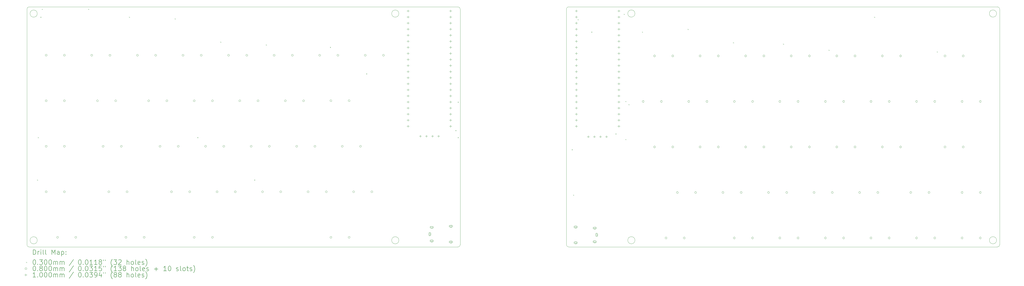
<source format=gbr>
%TF.GenerationSoftware,KiCad,Pcbnew,8.0.8*%
%TF.CreationDate,2025-03-06T07:07:49-06:00*%
%TF.ProjectId,keyboardv2,6b657962-6f61-4726-9476-322e6b696361,rev?*%
%TF.SameCoordinates,Original*%
%TF.FileFunction,Drillmap*%
%TF.FilePolarity,Positive*%
%FSLAX45Y45*%
G04 Gerber Fmt 4.5, Leading zero omitted, Abs format (unit mm)*
G04 Created by KiCad (PCBNEW 8.0.8) date 2025-03-06 07:07:49*
%MOMM*%
%LPD*%
G01*
G04 APERTURE LIST*
%ADD10C,0.050000*%
%ADD11C,0.200000*%
%ADD12C,0.100000*%
G04 APERTURE END LIST*
D10*
X22692000Y-6935000D02*
X22692000Y-6927750D01*
X45248500Y-6925500D02*
X45248500Y-16775500D01*
X45148500Y-6825500D02*
X41323500Y-6825500D01*
X45248500Y-16775500D02*
G75*
G02*
X45148500Y-16875500I-100000J0D01*
G01*
X4577000Y-6927750D02*
X4577000Y-16777750D01*
X45118500Y-16595500D02*
G75*
G02*
X44818500Y-16595500I-150000J0D01*
G01*
X44818500Y-16595500D02*
G75*
G02*
X45118500Y-16595500I150000J0D01*
G01*
X20127000Y-7107750D02*
G75*
G02*
X19827000Y-7107750I-150000J0D01*
G01*
X19827000Y-7107750D02*
G75*
G02*
X20127000Y-7107750I150000J0D01*
G01*
X29998500Y-16595500D02*
G75*
G02*
X29698500Y-16595500I-150000J0D01*
G01*
X29698500Y-16595500D02*
G75*
G02*
X29998500Y-16595500I150000J0D01*
G01*
X41323500Y-6825500D02*
X27233500Y-6825500D01*
X27133500Y-6925500D02*
G75*
G02*
X27233500Y-6825500I100000J0D01*
G01*
X4677000Y-16877750D02*
G75*
G02*
X4577000Y-16777750I0J100000D01*
G01*
X4577000Y-6927750D02*
G75*
G02*
X4677000Y-6827750I100000J0D01*
G01*
X29998500Y-7105500D02*
G75*
G02*
X29698500Y-7105500I-150000J0D01*
G01*
X29698500Y-7105500D02*
G75*
G02*
X29998500Y-7105500I150000J0D01*
G01*
X22592000Y-6827750D02*
X4677000Y-6827750D01*
X27233500Y-16875500D02*
G75*
G02*
X27133500Y-16775500I0J100000D01*
G01*
X45148500Y-6825500D02*
G75*
G02*
X45248500Y-6925500I0J-100000D01*
G01*
X22692000Y-6935000D02*
X22692000Y-16777750D01*
X20127000Y-16597750D02*
G75*
G02*
X19827000Y-16597750I-150000J0D01*
G01*
X19827000Y-16597750D02*
G75*
G02*
X20127000Y-16597750I150000J0D01*
G01*
X4677000Y-16877750D02*
X22580000Y-16877750D01*
X45118500Y-7105500D02*
G75*
G02*
X44818500Y-7105500I-150000J0D01*
G01*
X44818500Y-7105500D02*
G75*
G02*
X45118500Y-7105500I150000J0D01*
G01*
X27233500Y-16875500D02*
X45148500Y-16875500D01*
X22580000Y-16877750D02*
X22592000Y-16877750D01*
X27133500Y-6925000D02*
X27133500Y-16775500D01*
X22692000Y-16777750D02*
G75*
G02*
X22592000Y-16877750I-100000J0D01*
G01*
X5007000Y-16597750D02*
G75*
G02*
X4707000Y-16597750I-150000J0D01*
G01*
X4707000Y-16597750D02*
G75*
G02*
X5007000Y-16597750I150000J0D01*
G01*
X5007000Y-7107750D02*
G75*
G02*
X4707000Y-7107750I-150000J0D01*
G01*
X4707000Y-7107750D02*
G75*
G02*
X5007000Y-7107750I150000J0D01*
G01*
X22592000Y-6827750D02*
G75*
G02*
X22692000Y-6927750I0J-100000D01*
G01*
D11*
D12*
X5000820Y-14058420D02*
X5030820Y-14088420D01*
X5030820Y-14058420D02*
X5000820Y-14088420D01*
X5036500Y-12280920D02*
X5066500Y-12310920D01*
X5066500Y-12280920D02*
X5036500Y-12310920D01*
X5139520Y-7244670D02*
X5169520Y-7274670D01*
X5169520Y-7244670D02*
X5139520Y-7274670D01*
X5201450Y-6909700D02*
X5231450Y-6939700D01*
X5231450Y-6909700D02*
X5201450Y-6939700D01*
X7140740Y-6909700D02*
X7170740Y-6939700D01*
X7170740Y-6909700D02*
X7140740Y-6939700D01*
X8846500Y-7244670D02*
X8876500Y-7274670D01*
X8876500Y-7244670D02*
X8846500Y-7274670D01*
X10756500Y-7311830D02*
X10786500Y-7341830D01*
X10786500Y-7311830D02*
X10756500Y-7341830D01*
X11701500Y-12280920D02*
X11731500Y-12310920D01*
X11731500Y-12280920D02*
X11701500Y-12310920D01*
X12661500Y-8283590D02*
X12691500Y-8313590D01*
X12691500Y-8283590D02*
X12661500Y-8313590D01*
X14083500Y-14058420D02*
X14113500Y-14088420D01*
X14113500Y-14058420D02*
X14083500Y-14088420D01*
X14566500Y-8404370D02*
X14596500Y-8434370D01*
X14596500Y-8404370D02*
X14566500Y-8434370D01*
X17250140Y-8507000D02*
X17280140Y-8537000D01*
X17280140Y-8507000D02*
X17250140Y-8537000D01*
X18764480Y-9614670D02*
X18794480Y-9644670D01*
X18794480Y-9614670D02*
X18764480Y-9644670D01*
X22491750Y-11988840D02*
X22521750Y-12018840D01*
X22521750Y-11988840D02*
X22491750Y-12018840D01*
X22590300Y-10799670D02*
X22620300Y-10829670D01*
X22620300Y-10799670D02*
X22590300Y-10829670D01*
X22590300Y-12280920D02*
X22620300Y-12310920D01*
X22620300Y-12280920D02*
X22590300Y-12310920D01*
X27355840Y-12790490D02*
X27385840Y-12820490D01*
X27385840Y-12790490D02*
X27355840Y-12820490D01*
X27416790Y-14690670D02*
X27446790Y-14720670D01*
X27446790Y-14690670D02*
X27416790Y-14720670D01*
X27605290Y-7344580D02*
X27635290Y-7374580D01*
X27635290Y-7344580D02*
X27605290Y-7374580D01*
X28173010Y-7867750D02*
X28203010Y-7897750D01*
X28203010Y-7867750D02*
X28173010Y-7897750D01*
X29187780Y-12128200D02*
X29217780Y-12158200D01*
X29217780Y-12128200D02*
X29187780Y-12158200D01*
X29534700Y-7119900D02*
X29564700Y-7149900D01*
X29564700Y-7119900D02*
X29534700Y-7149900D01*
X29602600Y-10771390D02*
X29632600Y-10801390D01*
X29632600Y-10771390D02*
X29602600Y-10801390D01*
X29602600Y-12360510D02*
X29632600Y-12390510D01*
X29632600Y-12360510D02*
X29602600Y-12390510D01*
X29733690Y-10901240D02*
X29763690Y-10931240D01*
X29763690Y-10901240D02*
X29733690Y-10931240D01*
X30295720Y-7867750D02*
X30325720Y-7897750D01*
X30325720Y-7867750D02*
X30295720Y-7897750D01*
X32203250Y-7752450D02*
X32233250Y-7782450D01*
X32233250Y-7752450D02*
X32203250Y-7782450D01*
X34100150Y-8308620D02*
X34130150Y-8338620D01*
X34130150Y-8308620D02*
X34100150Y-8338620D01*
X36191500Y-8369800D02*
X36221500Y-8399800D01*
X36221500Y-8369800D02*
X36191500Y-8399800D01*
X38096500Y-8622910D02*
X38126500Y-8652910D01*
X38126500Y-8622910D02*
X38096500Y-8652910D01*
X40001500Y-7244670D02*
X40031500Y-7274670D01*
X40031500Y-7244670D02*
X40001500Y-7274670D01*
X42621500Y-8695150D02*
X42651500Y-8725150D01*
X42651500Y-8695150D02*
X42621500Y-8725150D01*
X5421000Y-8847750D02*
G75*
G02*
X5341000Y-8847750I-40000J0D01*
G01*
X5341000Y-8847750D02*
G75*
G02*
X5421000Y-8847750I40000J0D01*
G01*
X5421000Y-10757750D02*
G75*
G02*
X5341000Y-10757750I-40000J0D01*
G01*
X5341000Y-10757750D02*
G75*
G02*
X5421000Y-10757750I40000J0D01*
G01*
X5421000Y-12662750D02*
G75*
G02*
X5341000Y-12662750I-40000J0D01*
G01*
X5341000Y-12662750D02*
G75*
G02*
X5421000Y-12662750I40000J0D01*
G01*
X5421000Y-14567750D02*
G75*
G02*
X5341000Y-14567750I-40000J0D01*
G01*
X5341000Y-14567750D02*
G75*
G02*
X5421000Y-14567750I40000J0D01*
G01*
X5896000Y-16472750D02*
G75*
G02*
X5816000Y-16472750I-40000J0D01*
G01*
X5816000Y-16472750D02*
G75*
G02*
X5896000Y-16472750I40000J0D01*
G01*
X6183000Y-8847750D02*
G75*
G02*
X6103000Y-8847750I-40000J0D01*
G01*
X6103000Y-8847750D02*
G75*
G02*
X6183000Y-8847750I40000J0D01*
G01*
X6183000Y-10757750D02*
G75*
G02*
X6103000Y-10757750I-40000J0D01*
G01*
X6103000Y-10757750D02*
G75*
G02*
X6183000Y-10757750I40000J0D01*
G01*
X6183000Y-12662750D02*
G75*
G02*
X6103000Y-12662750I-40000J0D01*
G01*
X6103000Y-12662750D02*
G75*
G02*
X6183000Y-12662750I40000J0D01*
G01*
X6183000Y-14567750D02*
G75*
G02*
X6103000Y-14567750I-40000J0D01*
G01*
X6103000Y-14567750D02*
G75*
G02*
X6183000Y-14567750I40000J0D01*
G01*
X6658000Y-16472750D02*
G75*
G02*
X6578000Y-16472750I-40000J0D01*
G01*
X6578000Y-16472750D02*
G75*
G02*
X6658000Y-16472750I40000J0D01*
G01*
X7326000Y-8852750D02*
G75*
G02*
X7246000Y-8852750I-40000J0D01*
G01*
X7246000Y-8852750D02*
G75*
G02*
X7326000Y-8852750I40000J0D01*
G01*
X7566000Y-10757750D02*
G75*
G02*
X7486000Y-10757750I-40000J0D01*
G01*
X7486000Y-10757750D02*
G75*
G02*
X7566000Y-10757750I40000J0D01*
G01*
X7801000Y-12662750D02*
G75*
G02*
X7721000Y-12662750I-40000J0D01*
G01*
X7721000Y-12662750D02*
G75*
G02*
X7801000Y-12662750I40000J0D01*
G01*
X8041000Y-14567750D02*
G75*
G02*
X7961000Y-14567750I-40000J0D01*
G01*
X7961000Y-14567750D02*
G75*
G02*
X8041000Y-14567750I40000J0D01*
G01*
X8088000Y-8852750D02*
G75*
G02*
X8008000Y-8852750I-40000J0D01*
G01*
X8008000Y-8852750D02*
G75*
G02*
X8088000Y-8852750I40000J0D01*
G01*
X8328000Y-10757750D02*
G75*
G02*
X8248000Y-10757750I-40000J0D01*
G01*
X8248000Y-10757750D02*
G75*
G02*
X8328000Y-10757750I40000J0D01*
G01*
X8563000Y-12662750D02*
G75*
G02*
X8483000Y-12662750I-40000J0D01*
G01*
X8483000Y-12662750D02*
G75*
G02*
X8563000Y-12662750I40000J0D01*
G01*
X8756000Y-16472750D02*
G75*
G02*
X8676000Y-16472750I-40000J0D01*
G01*
X8676000Y-16472750D02*
G75*
G02*
X8756000Y-16472750I40000J0D01*
G01*
X8803000Y-14567750D02*
G75*
G02*
X8723000Y-14567750I-40000J0D01*
G01*
X8723000Y-14567750D02*
G75*
G02*
X8803000Y-14567750I40000J0D01*
G01*
X9236000Y-8852750D02*
G75*
G02*
X9156000Y-8852750I-40000J0D01*
G01*
X9156000Y-8852750D02*
G75*
G02*
X9236000Y-8852750I40000J0D01*
G01*
X9518000Y-16472750D02*
G75*
G02*
X9438000Y-16472750I-40000J0D01*
G01*
X9438000Y-16472750D02*
G75*
G02*
X9518000Y-16472750I40000J0D01*
G01*
X9706000Y-10757750D02*
G75*
G02*
X9626000Y-10757750I-40000J0D01*
G01*
X9626000Y-10757750D02*
G75*
G02*
X9706000Y-10757750I40000J0D01*
G01*
X9998000Y-8852750D02*
G75*
G02*
X9918000Y-8852750I-40000J0D01*
G01*
X9918000Y-8852750D02*
G75*
G02*
X9998000Y-8852750I40000J0D01*
G01*
X10181000Y-12662750D02*
G75*
G02*
X10101000Y-12662750I-40000J0D01*
G01*
X10101000Y-12662750D02*
G75*
G02*
X10181000Y-12662750I40000J0D01*
G01*
X10468000Y-10757750D02*
G75*
G02*
X10388000Y-10757750I-40000J0D01*
G01*
X10388000Y-10757750D02*
G75*
G02*
X10468000Y-10757750I40000J0D01*
G01*
X10661000Y-14567750D02*
G75*
G02*
X10581000Y-14567750I-40000J0D01*
G01*
X10581000Y-14567750D02*
G75*
G02*
X10661000Y-14567750I40000J0D01*
G01*
X10943000Y-12662750D02*
G75*
G02*
X10863000Y-12662750I-40000J0D01*
G01*
X10863000Y-12662750D02*
G75*
G02*
X10943000Y-12662750I40000J0D01*
G01*
X11141000Y-8852750D02*
G75*
G02*
X11061000Y-8852750I-40000J0D01*
G01*
X11061000Y-8852750D02*
G75*
G02*
X11141000Y-8852750I40000J0D01*
G01*
X11423000Y-14567750D02*
G75*
G02*
X11343000Y-14567750I-40000J0D01*
G01*
X11343000Y-14567750D02*
G75*
G02*
X11423000Y-14567750I40000J0D01*
G01*
X11611000Y-10757750D02*
G75*
G02*
X11531000Y-10757750I-40000J0D01*
G01*
X11531000Y-10757750D02*
G75*
G02*
X11611000Y-10757750I40000J0D01*
G01*
X11611000Y-16472750D02*
G75*
G02*
X11531000Y-16472750I-40000J0D01*
G01*
X11531000Y-16472750D02*
G75*
G02*
X11611000Y-16472750I40000J0D01*
G01*
X11903000Y-8852750D02*
G75*
G02*
X11823000Y-8852750I-40000J0D01*
G01*
X11823000Y-8852750D02*
G75*
G02*
X11903000Y-8852750I40000J0D01*
G01*
X12086000Y-12662750D02*
G75*
G02*
X12006000Y-12662750I-40000J0D01*
G01*
X12006000Y-12662750D02*
G75*
G02*
X12086000Y-12662750I40000J0D01*
G01*
X12373000Y-10757750D02*
G75*
G02*
X12293000Y-10757750I-40000J0D01*
G01*
X12293000Y-10757750D02*
G75*
G02*
X12373000Y-10757750I40000J0D01*
G01*
X12373000Y-16472750D02*
G75*
G02*
X12293000Y-16472750I-40000J0D01*
G01*
X12293000Y-16472750D02*
G75*
G02*
X12373000Y-16472750I40000J0D01*
G01*
X12566000Y-14567750D02*
G75*
G02*
X12486000Y-14567750I-40000J0D01*
G01*
X12486000Y-14567750D02*
G75*
G02*
X12566000Y-14567750I40000J0D01*
G01*
X12848000Y-12662750D02*
G75*
G02*
X12768000Y-12662750I-40000J0D01*
G01*
X12768000Y-12662750D02*
G75*
G02*
X12848000Y-12662750I40000J0D01*
G01*
X13046000Y-8852750D02*
G75*
G02*
X12966000Y-8852750I-40000J0D01*
G01*
X12966000Y-8852750D02*
G75*
G02*
X13046000Y-8852750I40000J0D01*
G01*
X13328000Y-14567750D02*
G75*
G02*
X13248000Y-14567750I-40000J0D01*
G01*
X13248000Y-14567750D02*
G75*
G02*
X13328000Y-14567750I40000J0D01*
G01*
X13517000Y-10757750D02*
G75*
G02*
X13437000Y-10757750I-40000J0D01*
G01*
X13437000Y-10757750D02*
G75*
G02*
X13517000Y-10757750I40000J0D01*
G01*
X13808000Y-8852750D02*
G75*
G02*
X13728000Y-8852750I-40000J0D01*
G01*
X13728000Y-8852750D02*
G75*
G02*
X13808000Y-8852750I40000J0D01*
G01*
X13991000Y-12662750D02*
G75*
G02*
X13911000Y-12662750I-40000J0D01*
G01*
X13911000Y-12662750D02*
G75*
G02*
X13991000Y-12662750I40000J0D01*
G01*
X14279000Y-10757750D02*
G75*
G02*
X14199000Y-10757750I-40000J0D01*
G01*
X14199000Y-10757750D02*
G75*
G02*
X14279000Y-10757750I40000J0D01*
G01*
X14467000Y-14567750D02*
G75*
G02*
X14387000Y-14567750I-40000J0D01*
G01*
X14387000Y-14567750D02*
G75*
G02*
X14467000Y-14567750I40000J0D01*
G01*
X14753000Y-12662750D02*
G75*
G02*
X14673000Y-12662750I-40000J0D01*
G01*
X14673000Y-12662750D02*
G75*
G02*
X14753000Y-12662750I40000J0D01*
G01*
X14951000Y-8852750D02*
G75*
G02*
X14871000Y-8852750I-40000J0D01*
G01*
X14871000Y-8852750D02*
G75*
G02*
X14951000Y-8852750I40000J0D01*
G01*
X15229000Y-14567750D02*
G75*
G02*
X15149000Y-14567750I-40000J0D01*
G01*
X15149000Y-14567750D02*
G75*
G02*
X15229000Y-14567750I40000J0D01*
G01*
X15421000Y-10757750D02*
G75*
G02*
X15341000Y-10757750I-40000J0D01*
G01*
X15341000Y-10757750D02*
G75*
G02*
X15421000Y-10757750I40000J0D01*
G01*
X15713000Y-8852750D02*
G75*
G02*
X15633000Y-8852750I-40000J0D01*
G01*
X15633000Y-8852750D02*
G75*
G02*
X15713000Y-8852750I40000J0D01*
G01*
X15896000Y-12662750D02*
G75*
G02*
X15816000Y-12662750I-40000J0D01*
G01*
X15816000Y-12662750D02*
G75*
G02*
X15896000Y-12662750I40000J0D01*
G01*
X16183000Y-10757750D02*
G75*
G02*
X16103000Y-10757750I-40000J0D01*
G01*
X16103000Y-10757750D02*
G75*
G02*
X16183000Y-10757750I40000J0D01*
G01*
X16371000Y-14567750D02*
G75*
G02*
X16291000Y-14567750I-40000J0D01*
G01*
X16291000Y-14567750D02*
G75*
G02*
X16371000Y-14567750I40000J0D01*
G01*
X16658000Y-12662750D02*
G75*
G02*
X16578000Y-12662750I-40000J0D01*
G01*
X16578000Y-12662750D02*
G75*
G02*
X16658000Y-12662750I40000J0D01*
G01*
X16856000Y-8852750D02*
G75*
G02*
X16776000Y-8852750I-40000J0D01*
G01*
X16776000Y-8852750D02*
G75*
G02*
X16856000Y-8852750I40000J0D01*
G01*
X17133000Y-14567750D02*
G75*
G02*
X17053000Y-14567750I-40000J0D01*
G01*
X17053000Y-14567750D02*
G75*
G02*
X17133000Y-14567750I40000J0D01*
G01*
X17326000Y-10752750D02*
G75*
G02*
X17246000Y-10752750I-40000J0D01*
G01*
X17246000Y-10752750D02*
G75*
G02*
X17326000Y-10752750I40000J0D01*
G01*
X17326000Y-16472750D02*
G75*
G02*
X17246000Y-16472750I-40000J0D01*
G01*
X17246000Y-16472750D02*
G75*
G02*
X17326000Y-16472750I40000J0D01*
G01*
X17618000Y-8852750D02*
G75*
G02*
X17538000Y-8852750I-40000J0D01*
G01*
X17538000Y-8852750D02*
G75*
G02*
X17618000Y-8852750I40000J0D01*
G01*
X17801000Y-12662750D02*
G75*
G02*
X17721000Y-12662750I-40000J0D01*
G01*
X17721000Y-12662750D02*
G75*
G02*
X17801000Y-12662750I40000J0D01*
G01*
X18088000Y-10752750D02*
G75*
G02*
X18008000Y-10752750I-40000J0D01*
G01*
X18008000Y-10752750D02*
G75*
G02*
X18088000Y-10752750I40000J0D01*
G01*
X18088000Y-16472750D02*
G75*
G02*
X18008000Y-16472750I-40000J0D01*
G01*
X18008000Y-16472750D02*
G75*
G02*
X18088000Y-16472750I40000J0D01*
G01*
X18276000Y-14567750D02*
G75*
G02*
X18196000Y-14567750I-40000J0D01*
G01*
X18196000Y-14567750D02*
G75*
G02*
X18276000Y-14567750I40000J0D01*
G01*
X18563000Y-12662750D02*
G75*
G02*
X18483000Y-12662750I-40000J0D01*
G01*
X18483000Y-12662750D02*
G75*
G02*
X18563000Y-12662750I40000J0D01*
G01*
X18761000Y-8852750D02*
G75*
G02*
X18681000Y-8852750I-40000J0D01*
G01*
X18681000Y-8852750D02*
G75*
G02*
X18761000Y-8852750I40000J0D01*
G01*
X19038000Y-14567750D02*
G75*
G02*
X18958000Y-14567750I-40000J0D01*
G01*
X18958000Y-14567750D02*
G75*
G02*
X19038000Y-14567750I40000J0D01*
G01*
X19523000Y-8852750D02*
G75*
G02*
X19443000Y-8852750I-40000J0D01*
G01*
X19443000Y-8852750D02*
G75*
G02*
X19523000Y-8852750I40000J0D01*
G01*
X21462000Y-16337750D02*
G75*
G02*
X21382000Y-16337750I-40000J0D01*
G01*
X21382000Y-16337750D02*
G75*
G02*
X21462000Y-16337750I40000J0D01*
G01*
X21462000Y-16372750D02*
X21462000Y-16302750D01*
X21382000Y-16302750D02*
G75*
G02*
X21462000Y-16302750I40000J0D01*
G01*
X21382000Y-16302750D02*
X21382000Y-16372750D01*
X21382000Y-16372750D02*
G75*
G03*
X21462000Y-16372750I40000J0D01*
G01*
X21542000Y-16052750D02*
G75*
G02*
X21462000Y-16052750I-40000J0D01*
G01*
X21462000Y-16052750D02*
G75*
G02*
X21542000Y-16052750I40000J0D01*
G01*
X21467000Y-16092750D02*
X21537000Y-16092750D01*
X21537000Y-16012750D02*
G75*
G02*
X21537000Y-16092750I0J-40000D01*
G01*
X21537000Y-16012750D02*
X21467000Y-16012750D01*
X21467000Y-16012750D02*
G75*
G03*
X21467000Y-16092750I0J-40000D01*
G01*
X21542000Y-16622750D02*
G75*
G02*
X21462000Y-16622750I-40000J0D01*
G01*
X21462000Y-16622750D02*
G75*
G02*
X21542000Y-16622750I40000J0D01*
G01*
X21467000Y-16662750D02*
X21537000Y-16662750D01*
X21537000Y-16582750D02*
G75*
G02*
X21537000Y-16662750I0J-40000D01*
G01*
X21537000Y-16582750D02*
X21467000Y-16582750D01*
X21467000Y-16582750D02*
G75*
G03*
X21467000Y-16662750I0J-40000D01*
G01*
X22342000Y-16007750D02*
G75*
G02*
X22262000Y-16007750I-40000J0D01*
G01*
X22262000Y-16007750D02*
G75*
G02*
X22342000Y-16007750I40000J0D01*
G01*
X22267000Y-16047750D02*
X22337000Y-16047750D01*
X22337000Y-15967750D02*
G75*
G02*
X22337000Y-16047750I0J-40000D01*
G01*
X22337000Y-15967750D02*
X22267000Y-15967750D01*
X22267000Y-15967750D02*
G75*
G03*
X22267000Y-16047750I0J-40000D01*
G01*
X22342000Y-16667750D02*
G75*
G02*
X22262000Y-16667750I-40000J0D01*
G01*
X22262000Y-16667750D02*
G75*
G02*
X22342000Y-16667750I40000J0D01*
G01*
X22267000Y-16707750D02*
X22337000Y-16707750D01*
X22337000Y-16627750D02*
G75*
G02*
X22337000Y-16707750I0J-40000D01*
G01*
X22337000Y-16627750D02*
X22267000Y-16627750D01*
X22267000Y-16627750D02*
G75*
G03*
X22267000Y-16707750I0J-40000D01*
G01*
X27558500Y-16040500D02*
G75*
G02*
X27478500Y-16040500I-40000J0D01*
G01*
X27478500Y-16040500D02*
G75*
G02*
X27558500Y-16040500I40000J0D01*
G01*
X27553500Y-16000500D02*
X27483500Y-16000500D01*
X27483500Y-16080500D02*
G75*
G02*
X27483500Y-16000500I0J40000D01*
G01*
X27483500Y-16080500D02*
X27553500Y-16080500D01*
X27553500Y-16080500D02*
G75*
G03*
X27553500Y-16000500I0J40000D01*
G01*
X27558500Y-16700500D02*
G75*
G02*
X27478500Y-16700500I-40000J0D01*
G01*
X27478500Y-16700500D02*
G75*
G02*
X27558500Y-16700500I40000J0D01*
G01*
X27553500Y-16660500D02*
X27483500Y-16660500D01*
X27483500Y-16740500D02*
G75*
G02*
X27483500Y-16660500I0J40000D01*
G01*
X27483500Y-16740500D02*
X27553500Y-16740500D01*
X27553500Y-16740500D02*
G75*
G03*
X27553500Y-16660500I0J40000D01*
G01*
X28358500Y-16085500D02*
G75*
G02*
X28278500Y-16085500I-40000J0D01*
G01*
X28278500Y-16085500D02*
G75*
G02*
X28358500Y-16085500I40000J0D01*
G01*
X28353500Y-16045500D02*
X28283500Y-16045500D01*
X28283500Y-16125500D02*
G75*
G02*
X28283500Y-16045500I0J40000D01*
G01*
X28283500Y-16125500D02*
X28353500Y-16125500D01*
X28353500Y-16125500D02*
G75*
G03*
X28353500Y-16045500I0J40000D01*
G01*
X28358500Y-16655500D02*
G75*
G02*
X28278500Y-16655500I-40000J0D01*
G01*
X28278500Y-16655500D02*
G75*
G02*
X28358500Y-16655500I40000J0D01*
G01*
X28353500Y-16615500D02*
X28283500Y-16615500D01*
X28283500Y-16695500D02*
G75*
G02*
X28283500Y-16615500I0J40000D01*
G01*
X28283500Y-16695500D02*
X28353500Y-16695500D01*
X28353500Y-16695500D02*
G75*
G03*
X28353500Y-16615500I0J40000D01*
G01*
X28438500Y-16370500D02*
G75*
G02*
X28358500Y-16370500I-40000J0D01*
G01*
X28358500Y-16370500D02*
G75*
G02*
X28438500Y-16370500I40000J0D01*
G01*
X28358500Y-16335500D02*
X28358500Y-16405500D01*
X28438500Y-16405500D02*
G75*
G02*
X28358500Y-16405500I-40000J0D01*
G01*
X28438500Y-16405500D02*
X28438500Y-16335500D01*
X28438500Y-16335500D02*
G75*
G03*
X28358500Y-16335500I-40000J0D01*
G01*
X30382500Y-10785500D02*
G75*
G02*
X30302500Y-10785500I-40000J0D01*
G01*
X30302500Y-10785500D02*
G75*
G02*
X30382500Y-10785500I40000J0D01*
G01*
X30856500Y-8880500D02*
G75*
G02*
X30776500Y-8880500I-40000J0D01*
G01*
X30776500Y-8880500D02*
G75*
G02*
X30856500Y-8880500I40000J0D01*
G01*
X30857500Y-12690500D02*
G75*
G02*
X30777500Y-12690500I-40000J0D01*
G01*
X30777500Y-12690500D02*
G75*
G02*
X30857500Y-12690500I40000J0D01*
G01*
X31144500Y-10785500D02*
G75*
G02*
X31064500Y-10785500I-40000J0D01*
G01*
X31064500Y-10785500D02*
G75*
G02*
X31144500Y-10785500I40000J0D01*
G01*
X31337500Y-16500500D02*
G75*
G02*
X31257500Y-16500500I-40000J0D01*
G01*
X31257500Y-16500500D02*
G75*
G02*
X31337500Y-16500500I40000J0D01*
G01*
X31618500Y-8880500D02*
G75*
G02*
X31538500Y-8880500I-40000J0D01*
G01*
X31538500Y-8880500D02*
G75*
G02*
X31618500Y-8880500I40000J0D01*
G01*
X31619500Y-12690500D02*
G75*
G02*
X31539500Y-12690500I-40000J0D01*
G01*
X31539500Y-12690500D02*
G75*
G02*
X31619500Y-12690500I40000J0D01*
G01*
X31812500Y-14595500D02*
G75*
G02*
X31732500Y-14595500I-40000J0D01*
G01*
X31732500Y-14595500D02*
G75*
G02*
X31812500Y-14595500I40000J0D01*
G01*
X32099500Y-16500500D02*
G75*
G02*
X32019500Y-16500500I-40000J0D01*
G01*
X32019500Y-16500500D02*
G75*
G02*
X32099500Y-16500500I40000J0D01*
G01*
X32287500Y-10785500D02*
G75*
G02*
X32207500Y-10785500I-40000J0D01*
G01*
X32207500Y-10785500D02*
G75*
G02*
X32287500Y-10785500I40000J0D01*
G01*
X32574500Y-14595500D02*
G75*
G02*
X32494500Y-14595500I-40000J0D01*
G01*
X32494500Y-14595500D02*
G75*
G02*
X32574500Y-14595500I40000J0D01*
G01*
X32762500Y-8880500D02*
G75*
G02*
X32682500Y-8880500I-40000J0D01*
G01*
X32682500Y-8880500D02*
G75*
G02*
X32762500Y-8880500I40000J0D01*
G01*
X32762500Y-12690500D02*
G75*
G02*
X32682500Y-12690500I-40000J0D01*
G01*
X32682500Y-12690500D02*
G75*
G02*
X32762500Y-12690500I40000J0D01*
G01*
X33049500Y-10785500D02*
G75*
G02*
X32969500Y-10785500I-40000J0D01*
G01*
X32969500Y-10785500D02*
G75*
G02*
X33049500Y-10785500I40000J0D01*
G01*
X33524500Y-8880500D02*
G75*
G02*
X33444500Y-8880500I-40000J0D01*
G01*
X33444500Y-8880500D02*
G75*
G02*
X33524500Y-8880500I40000J0D01*
G01*
X33524500Y-12690500D02*
G75*
G02*
X33444500Y-12690500I-40000J0D01*
G01*
X33444500Y-12690500D02*
G75*
G02*
X33524500Y-12690500I40000J0D01*
G01*
X33717500Y-14595500D02*
G75*
G02*
X33637500Y-14595500I-40000J0D01*
G01*
X33637500Y-14595500D02*
G75*
G02*
X33717500Y-14595500I40000J0D01*
G01*
X34192500Y-16500500D02*
G75*
G02*
X34112500Y-16500500I-40000J0D01*
G01*
X34112500Y-16500500D02*
G75*
G02*
X34192500Y-16500500I40000J0D01*
G01*
X34197500Y-10785500D02*
G75*
G02*
X34117500Y-10785500I-40000J0D01*
G01*
X34117500Y-10785500D02*
G75*
G02*
X34197500Y-10785500I40000J0D01*
G01*
X34479500Y-14595500D02*
G75*
G02*
X34399500Y-14595500I-40000J0D01*
G01*
X34399500Y-14595500D02*
G75*
G02*
X34479500Y-14595500I40000J0D01*
G01*
X34667500Y-8880500D02*
G75*
G02*
X34587500Y-8880500I-40000J0D01*
G01*
X34587500Y-8880500D02*
G75*
G02*
X34667500Y-8880500I40000J0D01*
G01*
X34667500Y-12690500D02*
G75*
G02*
X34587500Y-12690500I-40000J0D01*
G01*
X34587500Y-12690500D02*
G75*
G02*
X34667500Y-12690500I40000J0D01*
G01*
X34954500Y-16500500D02*
G75*
G02*
X34874500Y-16500500I-40000J0D01*
G01*
X34874500Y-16500500D02*
G75*
G02*
X34954500Y-16500500I40000J0D01*
G01*
X34959500Y-10785500D02*
G75*
G02*
X34879500Y-10785500I-40000J0D01*
G01*
X34879500Y-10785500D02*
G75*
G02*
X34959500Y-10785500I40000J0D01*
G01*
X35429500Y-8880500D02*
G75*
G02*
X35349500Y-8880500I-40000J0D01*
G01*
X35349500Y-8880500D02*
G75*
G02*
X35429500Y-8880500I40000J0D01*
G01*
X35429500Y-12690500D02*
G75*
G02*
X35349500Y-12690500I-40000J0D01*
G01*
X35349500Y-12690500D02*
G75*
G02*
X35429500Y-12690500I40000J0D01*
G01*
X35622500Y-14595500D02*
G75*
G02*
X35542500Y-14595500I-40000J0D01*
G01*
X35542500Y-14595500D02*
G75*
G02*
X35622500Y-14595500I40000J0D01*
G01*
X36097500Y-10785500D02*
G75*
G02*
X36017500Y-10785500I-40000J0D01*
G01*
X36017500Y-10785500D02*
G75*
G02*
X36097500Y-10785500I40000J0D01*
G01*
X36097500Y-16500500D02*
G75*
G02*
X36017500Y-16500500I-40000J0D01*
G01*
X36017500Y-16500500D02*
G75*
G02*
X36097500Y-16500500I40000J0D01*
G01*
X36384500Y-14595500D02*
G75*
G02*
X36304500Y-14595500I-40000J0D01*
G01*
X36304500Y-14595500D02*
G75*
G02*
X36384500Y-14595500I40000J0D01*
G01*
X36572500Y-8880500D02*
G75*
G02*
X36492500Y-8880500I-40000J0D01*
G01*
X36492500Y-8880500D02*
G75*
G02*
X36572500Y-8880500I40000J0D01*
G01*
X36572500Y-12690500D02*
G75*
G02*
X36492500Y-12690500I-40000J0D01*
G01*
X36492500Y-12690500D02*
G75*
G02*
X36572500Y-12690500I40000J0D01*
G01*
X36859500Y-10785500D02*
G75*
G02*
X36779500Y-10785500I-40000J0D01*
G01*
X36779500Y-10785500D02*
G75*
G02*
X36859500Y-10785500I40000J0D01*
G01*
X36859500Y-16500500D02*
G75*
G02*
X36779500Y-16500500I-40000J0D01*
G01*
X36779500Y-16500500D02*
G75*
G02*
X36859500Y-16500500I40000J0D01*
G01*
X37334500Y-8880500D02*
G75*
G02*
X37254500Y-8880500I-40000J0D01*
G01*
X37254500Y-8880500D02*
G75*
G02*
X37334500Y-8880500I40000J0D01*
G01*
X37334500Y-12690500D02*
G75*
G02*
X37254500Y-12690500I-40000J0D01*
G01*
X37254500Y-12690500D02*
G75*
G02*
X37334500Y-12690500I40000J0D01*
G01*
X37527500Y-14595500D02*
G75*
G02*
X37447500Y-14595500I-40000J0D01*
G01*
X37447500Y-14595500D02*
G75*
G02*
X37527500Y-14595500I40000J0D01*
G01*
X38002500Y-10785500D02*
G75*
G02*
X37922500Y-10785500I-40000J0D01*
G01*
X37922500Y-10785500D02*
G75*
G02*
X38002500Y-10785500I40000J0D01*
G01*
X38002500Y-16500500D02*
G75*
G02*
X37922500Y-16500500I-40000J0D01*
G01*
X37922500Y-16500500D02*
G75*
G02*
X38002500Y-16500500I40000J0D01*
G01*
X38289500Y-14595500D02*
G75*
G02*
X38209500Y-14595500I-40000J0D01*
G01*
X38209500Y-14595500D02*
G75*
G02*
X38289500Y-14595500I40000J0D01*
G01*
X38477500Y-8880500D02*
G75*
G02*
X38397500Y-8880500I-40000J0D01*
G01*
X38397500Y-8880500D02*
G75*
G02*
X38477500Y-8880500I40000J0D01*
G01*
X38477500Y-12690500D02*
G75*
G02*
X38397500Y-12690500I-40000J0D01*
G01*
X38397500Y-12690500D02*
G75*
G02*
X38477500Y-12690500I40000J0D01*
G01*
X38764500Y-10785500D02*
G75*
G02*
X38684500Y-10785500I-40000J0D01*
G01*
X38684500Y-10785500D02*
G75*
G02*
X38764500Y-10785500I40000J0D01*
G01*
X38764500Y-16500500D02*
G75*
G02*
X38684500Y-16500500I-40000J0D01*
G01*
X38684500Y-16500500D02*
G75*
G02*
X38764500Y-16500500I40000J0D01*
G01*
X39239500Y-8880500D02*
G75*
G02*
X39159500Y-8880500I-40000J0D01*
G01*
X39159500Y-8880500D02*
G75*
G02*
X39239500Y-8880500I40000J0D01*
G01*
X39239500Y-12690500D02*
G75*
G02*
X39159500Y-12690500I-40000J0D01*
G01*
X39159500Y-12690500D02*
G75*
G02*
X39239500Y-12690500I40000J0D01*
G01*
X39432500Y-14595500D02*
G75*
G02*
X39352500Y-14595500I-40000J0D01*
G01*
X39352500Y-14595500D02*
G75*
G02*
X39432500Y-14595500I40000J0D01*
G01*
X39907500Y-16500500D02*
G75*
G02*
X39827500Y-16500500I-40000J0D01*
G01*
X39827500Y-16500500D02*
G75*
G02*
X39907500Y-16500500I40000J0D01*
G01*
X39908500Y-10785500D02*
G75*
G02*
X39828500Y-10785500I-40000J0D01*
G01*
X39828500Y-10785500D02*
G75*
G02*
X39908500Y-10785500I40000J0D01*
G01*
X40194500Y-14595500D02*
G75*
G02*
X40114500Y-14595500I-40000J0D01*
G01*
X40114500Y-14595500D02*
G75*
G02*
X40194500Y-14595500I40000J0D01*
G01*
X40382500Y-12690500D02*
G75*
G02*
X40302500Y-12690500I-40000J0D01*
G01*
X40302500Y-12690500D02*
G75*
G02*
X40382500Y-12690500I40000J0D01*
G01*
X40383500Y-8880500D02*
G75*
G02*
X40303500Y-8880500I-40000J0D01*
G01*
X40303500Y-8880500D02*
G75*
G02*
X40383500Y-8880500I40000J0D01*
G01*
X40669500Y-16500500D02*
G75*
G02*
X40589500Y-16500500I-40000J0D01*
G01*
X40589500Y-16500500D02*
G75*
G02*
X40669500Y-16500500I40000J0D01*
G01*
X40670500Y-10785500D02*
G75*
G02*
X40590500Y-10785500I-40000J0D01*
G01*
X40590500Y-10785500D02*
G75*
G02*
X40670500Y-10785500I40000J0D01*
G01*
X41144500Y-12690500D02*
G75*
G02*
X41064500Y-12690500I-40000J0D01*
G01*
X41064500Y-12690500D02*
G75*
G02*
X41144500Y-12690500I40000J0D01*
G01*
X41145500Y-8880500D02*
G75*
G02*
X41065500Y-8880500I-40000J0D01*
G01*
X41065500Y-8880500D02*
G75*
G02*
X41145500Y-8880500I40000J0D01*
G01*
X41572500Y-14595500D02*
G75*
G02*
X41492500Y-14595500I-40000J0D01*
G01*
X41492500Y-14595500D02*
G75*
G02*
X41572500Y-14595500I40000J0D01*
G01*
X41812500Y-10785500D02*
G75*
G02*
X41732500Y-10785500I-40000J0D01*
G01*
X41732500Y-10785500D02*
G75*
G02*
X41812500Y-10785500I40000J0D01*
G01*
X41812500Y-16500500D02*
G75*
G02*
X41732500Y-16500500I-40000J0D01*
G01*
X41732500Y-16500500D02*
G75*
G02*
X41812500Y-16500500I40000J0D01*
G01*
X42334500Y-14595500D02*
G75*
G02*
X42254500Y-14595500I-40000J0D01*
G01*
X42254500Y-14595500D02*
G75*
G02*
X42334500Y-14595500I40000J0D01*
G01*
X42574500Y-10785500D02*
G75*
G02*
X42494500Y-10785500I-40000J0D01*
G01*
X42494500Y-10785500D02*
G75*
G02*
X42574500Y-10785500I40000J0D01*
G01*
X42574500Y-16500500D02*
G75*
G02*
X42494500Y-16500500I-40000J0D01*
G01*
X42494500Y-16500500D02*
G75*
G02*
X42574500Y-16500500I40000J0D01*
G01*
X43002500Y-8880500D02*
G75*
G02*
X42922500Y-8880500I-40000J0D01*
G01*
X42922500Y-8880500D02*
G75*
G02*
X43002500Y-8880500I40000J0D01*
G01*
X43002500Y-12690500D02*
G75*
G02*
X42922500Y-12690500I-40000J0D01*
G01*
X42922500Y-12690500D02*
G75*
G02*
X43002500Y-12690500I40000J0D01*
G01*
X43717500Y-10785500D02*
G75*
G02*
X43637500Y-10785500I-40000J0D01*
G01*
X43637500Y-10785500D02*
G75*
G02*
X43717500Y-10785500I40000J0D01*
G01*
X43717500Y-14595500D02*
G75*
G02*
X43637500Y-14595500I-40000J0D01*
G01*
X43637500Y-14595500D02*
G75*
G02*
X43717500Y-14595500I40000J0D01*
G01*
X43717500Y-16500500D02*
G75*
G02*
X43637500Y-16500500I-40000J0D01*
G01*
X43637500Y-16500500D02*
G75*
G02*
X43717500Y-16500500I40000J0D01*
G01*
X43764500Y-8880500D02*
G75*
G02*
X43684500Y-8880500I-40000J0D01*
G01*
X43684500Y-8880500D02*
G75*
G02*
X43764500Y-8880500I40000J0D01*
G01*
X43764500Y-12690500D02*
G75*
G02*
X43684500Y-12690500I-40000J0D01*
G01*
X43684500Y-12690500D02*
G75*
G02*
X43764500Y-12690500I40000J0D01*
G01*
X44479500Y-10785500D02*
G75*
G02*
X44399500Y-10785500I-40000J0D01*
G01*
X44399500Y-10785500D02*
G75*
G02*
X44479500Y-10785500I40000J0D01*
G01*
X44479500Y-14595500D02*
G75*
G02*
X44399500Y-14595500I-40000J0D01*
G01*
X44399500Y-14595500D02*
G75*
G02*
X44479500Y-14595500I40000J0D01*
G01*
X44479500Y-16500500D02*
G75*
G02*
X44399500Y-16500500I-40000J0D01*
G01*
X44399500Y-16500500D02*
G75*
G02*
X44479500Y-16500500I40000J0D01*
G01*
X20507000Y-6948000D02*
X20507000Y-7048000D01*
X20457000Y-6998000D02*
X20557000Y-6998000D01*
X20507000Y-7202000D02*
X20507000Y-7302000D01*
X20457000Y-7252000D02*
X20557000Y-7252000D01*
X20507000Y-7456000D02*
X20507000Y-7556000D01*
X20457000Y-7506000D02*
X20557000Y-7506000D01*
X20507000Y-7710000D02*
X20507000Y-7810000D01*
X20457000Y-7760000D02*
X20557000Y-7760000D01*
X20507000Y-7964000D02*
X20507000Y-8064000D01*
X20457000Y-8014000D02*
X20557000Y-8014000D01*
X20507000Y-8218000D02*
X20507000Y-8318000D01*
X20457000Y-8268000D02*
X20557000Y-8268000D01*
X20507000Y-8472000D02*
X20507000Y-8572000D01*
X20457000Y-8522000D02*
X20557000Y-8522000D01*
X20507000Y-8726000D02*
X20507000Y-8826000D01*
X20457000Y-8776000D02*
X20557000Y-8776000D01*
X20507000Y-8980000D02*
X20507000Y-9080000D01*
X20457000Y-9030000D02*
X20557000Y-9030000D01*
X20507000Y-9234000D02*
X20507000Y-9334000D01*
X20457000Y-9284000D02*
X20557000Y-9284000D01*
X20507000Y-9488000D02*
X20507000Y-9588000D01*
X20457000Y-9538000D02*
X20557000Y-9538000D01*
X20507000Y-9742000D02*
X20507000Y-9842000D01*
X20457000Y-9792000D02*
X20557000Y-9792000D01*
X20507000Y-9996000D02*
X20507000Y-10096000D01*
X20457000Y-10046000D02*
X20557000Y-10046000D01*
X20507000Y-10250000D02*
X20507000Y-10350000D01*
X20457000Y-10300000D02*
X20557000Y-10300000D01*
X20507000Y-10504000D02*
X20507000Y-10604000D01*
X20457000Y-10554000D02*
X20557000Y-10554000D01*
X20507000Y-10758000D02*
X20507000Y-10858000D01*
X20457000Y-10808000D02*
X20557000Y-10808000D01*
X20507000Y-11012000D02*
X20507000Y-11112000D01*
X20457000Y-11062000D02*
X20557000Y-11062000D01*
X20507000Y-11266000D02*
X20507000Y-11366000D01*
X20457000Y-11316000D02*
X20557000Y-11316000D01*
X20507000Y-11520000D02*
X20507000Y-11620000D01*
X20457000Y-11570000D02*
X20557000Y-11570000D01*
X20507000Y-11774000D02*
X20507000Y-11874000D01*
X20457000Y-11824000D02*
X20557000Y-11824000D01*
X21022500Y-12191250D02*
X21022500Y-12291250D01*
X20972500Y-12241250D02*
X21072500Y-12241250D01*
X21276500Y-12191250D02*
X21276500Y-12291250D01*
X21226500Y-12241250D02*
X21326500Y-12241250D01*
X21530500Y-12191250D02*
X21530500Y-12291250D01*
X21480500Y-12241250D02*
X21580500Y-12241250D01*
X21784500Y-12191250D02*
X21784500Y-12291250D01*
X21734500Y-12241250D02*
X21834500Y-12241250D01*
X22285000Y-6948000D02*
X22285000Y-7048000D01*
X22235000Y-6998000D02*
X22335000Y-6998000D01*
X22285000Y-7202000D02*
X22285000Y-7302000D01*
X22235000Y-7252000D02*
X22335000Y-7252000D01*
X22285000Y-7456000D02*
X22285000Y-7556000D01*
X22235000Y-7506000D02*
X22335000Y-7506000D01*
X22285000Y-7710000D02*
X22285000Y-7810000D01*
X22235000Y-7760000D02*
X22335000Y-7760000D01*
X22285000Y-7964000D02*
X22285000Y-8064000D01*
X22235000Y-8014000D02*
X22335000Y-8014000D01*
X22285000Y-8218000D02*
X22285000Y-8318000D01*
X22235000Y-8268000D02*
X22335000Y-8268000D01*
X22285000Y-8472000D02*
X22285000Y-8572000D01*
X22235000Y-8522000D02*
X22335000Y-8522000D01*
X22285000Y-8726000D02*
X22285000Y-8826000D01*
X22235000Y-8776000D02*
X22335000Y-8776000D01*
X22285000Y-8980000D02*
X22285000Y-9080000D01*
X22235000Y-9030000D02*
X22335000Y-9030000D01*
X22285000Y-9234000D02*
X22285000Y-9334000D01*
X22235000Y-9284000D02*
X22335000Y-9284000D01*
X22285000Y-9488000D02*
X22285000Y-9588000D01*
X22235000Y-9538000D02*
X22335000Y-9538000D01*
X22285000Y-9742000D02*
X22285000Y-9842000D01*
X22235000Y-9792000D02*
X22335000Y-9792000D01*
X22285000Y-9996000D02*
X22285000Y-10096000D01*
X22235000Y-10046000D02*
X22335000Y-10046000D01*
X22285000Y-10250000D02*
X22285000Y-10350000D01*
X22235000Y-10300000D02*
X22335000Y-10300000D01*
X22285000Y-10504000D02*
X22285000Y-10604000D01*
X22235000Y-10554000D02*
X22335000Y-10554000D01*
X22285000Y-10758000D02*
X22285000Y-10858000D01*
X22235000Y-10808000D02*
X22335000Y-10808000D01*
X22285000Y-11012000D02*
X22285000Y-11112000D01*
X22235000Y-11062000D02*
X22335000Y-11062000D01*
X22285000Y-11266000D02*
X22285000Y-11366000D01*
X22235000Y-11316000D02*
X22335000Y-11316000D01*
X22285000Y-11520000D02*
X22285000Y-11620000D01*
X22235000Y-11570000D02*
X22335000Y-11570000D01*
X22285000Y-11774000D02*
X22285000Y-11874000D01*
X22235000Y-11824000D02*
X22335000Y-11824000D01*
X27544500Y-6943750D02*
X27544500Y-7043750D01*
X27494500Y-6993750D02*
X27594500Y-6993750D01*
X27544500Y-7197750D02*
X27544500Y-7297750D01*
X27494500Y-7247750D02*
X27594500Y-7247750D01*
X27544500Y-7451750D02*
X27544500Y-7551750D01*
X27494500Y-7501750D02*
X27594500Y-7501750D01*
X27544500Y-7705750D02*
X27544500Y-7805750D01*
X27494500Y-7755750D02*
X27594500Y-7755750D01*
X27544500Y-7959750D02*
X27544500Y-8059750D01*
X27494500Y-8009750D02*
X27594500Y-8009750D01*
X27544500Y-8213750D02*
X27544500Y-8313750D01*
X27494500Y-8263750D02*
X27594500Y-8263750D01*
X27544500Y-8467750D02*
X27544500Y-8567750D01*
X27494500Y-8517750D02*
X27594500Y-8517750D01*
X27544500Y-8721750D02*
X27544500Y-8821750D01*
X27494500Y-8771750D02*
X27594500Y-8771750D01*
X27544500Y-8975750D02*
X27544500Y-9075750D01*
X27494500Y-9025750D02*
X27594500Y-9025750D01*
X27544500Y-9229750D02*
X27544500Y-9329750D01*
X27494500Y-9279750D02*
X27594500Y-9279750D01*
X27544500Y-9483750D02*
X27544500Y-9583750D01*
X27494500Y-9533750D02*
X27594500Y-9533750D01*
X27544500Y-9737750D02*
X27544500Y-9837750D01*
X27494500Y-9787750D02*
X27594500Y-9787750D01*
X27544500Y-9991750D02*
X27544500Y-10091750D01*
X27494500Y-10041750D02*
X27594500Y-10041750D01*
X27544500Y-10245750D02*
X27544500Y-10345750D01*
X27494500Y-10295750D02*
X27594500Y-10295750D01*
X27544500Y-10499750D02*
X27544500Y-10599750D01*
X27494500Y-10549750D02*
X27594500Y-10549750D01*
X27544500Y-10753750D02*
X27544500Y-10853750D01*
X27494500Y-10803750D02*
X27594500Y-10803750D01*
X27544500Y-11007750D02*
X27544500Y-11107750D01*
X27494500Y-11057750D02*
X27594500Y-11057750D01*
X27544500Y-11261750D02*
X27544500Y-11361750D01*
X27494500Y-11311750D02*
X27594500Y-11311750D01*
X27544500Y-11515750D02*
X27544500Y-11615750D01*
X27494500Y-11565750D02*
X27594500Y-11565750D01*
X27544500Y-11769750D02*
X27544500Y-11869750D01*
X27494500Y-11819750D02*
X27594500Y-11819750D01*
X28044000Y-12209000D02*
X28044000Y-12309000D01*
X27994000Y-12259000D02*
X28094000Y-12259000D01*
X28298000Y-12209000D02*
X28298000Y-12309000D01*
X28248000Y-12259000D02*
X28348000Y-12259000D01*
X28552000Y-12209000D02*
X28552000Y-12309000D01*
X28502000Y-12259000D02*
X28602000Y-12259000D01*
X28806000Y-12209000D02*
X28806000Y-12309000D01*
X28756000Y-12259000D02*
X28856000Y-12259000D01*
X29322500Y-6943750D02*
X29322500Y-7043750D01*
X29272500Y-6993750D02*
X29372500Y-6993750D01*
X29322500Y-7197750D02*
X29322500Y-7297750D01*
X29272500Y-7247750D02*
X29372500Y-7247750D01*
X29322500Y-7451750D02*
X29322500Y-7551750D01*
X29272500Y-7501750D02*
X29372500Y-7501750D01*
X29322500Y-7705750D02*
X29322500Y-7805750D01*
X29272500Y-7755750D02*
X29372500Y-7755750D01*
X29322500Y-7959750D02*
X29322500Y-8059750D01*
X29272500Y-8009750D02*
X29372500Y-8009750D01*
X29322500Y-8213750D02*
X29322500Y-8313750D01*
X29272500Y-8263750D02*
X29372500Y-8263750D01*
X29322500Y-8467750D02*
X29322500Y-8567750D01*
X29272500Y-8517750D02*
X29372500Y-8517750D01*
X29322500Y-8721750D02*
X29322500Y-8821750D01*
X29272500Y-8771750D02*
X29372500Y-8771750D01*
X29322500Y-8975750D02*
X29322500Y-9075750D01*
X29272500Y-9025750D02*
X29372500Y-9025750D01*
X29322500Y-9229750D02*
X29322500Y-9329750D01*
X29272500Y-9279750D02*
X29372500Y-9279750D01*
X29322500Y-9483750D02*
X29322500Y-9583750D01*
X29272500Y-9533750D02*
X29372500Y-9533750D01*
X29322500Y-9737750D02*
X29322500Y-9837750D01*
X29272500Y-9787750D02*
X29372500Y-9787750D01*
X29322500Y-9991750D02*
X29322500Y-10091750D01*
X29272500Y-10041750D02*
X29372500Y-10041750D01*
X29322500Y-10245750D02*
X29322500Y-10345750D01*
X29272500Y-10295750D02*
X29372500Y-10295750D01*
X29322500Y-10499750D02*
X29322500Y-10599750D01*
X29272500Y-10549750D02*
X29372500Y-10549750D01*
X29322500Y-10753750D02*
X29322500Y-10853750D01*
X29272500Y-10803750D02*
X29372500Y-10803750D01*
X29322500Y-11007750D02*
X29322500Y-11107750D01*
X29272500Y-11057750D02*
X29372500Y-11057750D01*
X29322500Y-11261750D02*
X29322500Y-11361750D01*
X29272500Y-11311750D02*
X29372500Y-11311750D01*
X29322500Y-11515750D02*
X29322500Y-11615750D01*
X29272500Y-11565750D02*
X29372500Y-11565750D01*
X29322500Y-11769750D02*
X29322500Y-11869750D01*
X29272500Y-11819750D02*
X29372500Y-11819750D01*
D11*
X4835277Y-17191734D02*
X4835277Y-16991734D01*
X4835277Y-16991734D02*
X4882896Y-16991734D01*
X4882896Y-16991734D02*
X4911467Y-17001258D01*
X4911467Y-17001258D02*
X4930515Y-17020305D01*
X4930515Y-17020305D02*
X4940039Y-17039353D01*
X4940039Y-17039353D02*
X4949563Y-17077448D01*
X4949563Y-17077448D02*
X4949563Y-17106020D01*
X4949563Y-17106020D02*
X4940039Y-17144115D01*
X4940039Y-17144115D02*
X4930515Y-17163162D01*
X4930515Y-17163162D02*
X4911467Y-17182210D01*
X4911467Y-17182210D02*
X4882896Y-17191734D01*
X4882896Y-17191734D02*
X4835277Y-17191734D01*
X5035277Y-17191734D02*
X5035277Y-17058400D01*
X5035277Y-17096496D02*
X5044801Y-17077448D01*
X5044801Y-17077448D02*
X5054324Y-17067924D01*
X5054324Y-17067924D02*
X5073372Y-17058400D01*
X5073372Y-17058400D02*
X5092420Y-17058400D01*
X5159086Y-17191734D02*
X5159086Y-17058400D01*
X5159086Y-16991734D02*
X5149563Y-17001258D01*
X5149563Y-17001258D02*
X5159086Y-17010781D01*
X5159086Y-17010781D02*
X5168610Y-17001258D01*
X5168610Y-17001258D02*
X5159086Y-16991734D01*
X5159086Y-16991734D02*
X5159086Y-17010781D01*
X5282896Y-17191734D02*
X5263848Y-17182210D01*
X5263848Y-17182210D02*
X5254324Y-17163162D01*
X5254324Y-17163162D02*
X5254324Y-16991734D01*
X5387658Y-17191734D02*
X5368610Y-17182210D01*
X5368610Y-17182210D02*
X5359086Y-17163162D01*
X5359086Y-17163162D02*
X5359086Y-16991734D01*
X5616229Y-17191734D02*
X5616229Y-16991734D01*
X5616229Y-16991734D02*
X5682896Y-17134591D01*
X5682896Y-17134591D02*
X5749562Y-16991734D01*
X5749562Y-16991734D02*
X5749562Y-17191734D01*
X5930515Y-17191734D02*
X5930515Y-17086972D01*
X5930515Y-17086972D02*
X5920991Y-17067924D01*
X5920991Y-17067924D02*
X5901943Y-17058400D01*
X5901943Y-17058400D02*
X5863848Y-17058400D01*
X5863848Y-17058400D02*
X5844801Y-17067924D01*
X5930515Y-17182210D02*
X5911467Y-17191734D01*
X5911467Y-17191734D02*
X5863848Y-17191734D01*
X5863848Y-17191734D02*
X5844801Y-17182210D01*
X5844801Y-17182210D02*
X5835277Y-17163162D01*
X5835277Y-17163162D02*
X5835277Y-17144115D01*
X5835277Y-17144115D02*
X5844801Y-17125067D01*
X5844801Y-17125067D02*
X5863848Y-17115543D01*
X5863848Y-17115543D02*
X5911467Y-17115543D01*
X5911467Y-17115543D02*
X5930515Y-17106020D01*
X6025753Y-17058400D02*
X6025753Y-17258400D01*
X6025753Y-17067924D02*
X6044801Y-17058400D01*
X6044801Y-17058400D02*
X6082896Y-17058400D01*
X6082896Y-17058400D02*
X6101943Y-17067924D01*
X6101943Y-17067924D02*
X6111467Y-17077448D01*
X6111467Y-17077448D02*
X6120991Y-17096496D01*
X6120991Y-17096496D02*
X6120991Y-17153639D01*
X6120991Y-17153639D02*
X6111467Y-17172686D01*
X6111467Y-17172686D02*
X6101943Y-17182210D01*
X6101943Y-17182210D02*
X6082896Y-17191734D01*
X6082896Y-17191734D02*
X6044801Y-17191734D01*
X6044801Y-17191734D02*
X6025753Y-17182210D01*
X6206705Y-17172686D02*
X6216229Y-17182210D01*
X6216229Y-17182210D02*
X6206705Y-17191734D01*
X6206705Y-17191734D02*
X6197182Y-17182210D01*
X6197182Y-17182210D02*
X6206705Y-17172686D01*
X6206705Y-17172686D02*
X6206705Y-17191734D01*
X6206705Y-17067924D02*
X6216229Y-17077448D01*
X6216229Y-17077448D02*
X6206705Y-17086972D01*
X6206705Y-17086972D02*
X6197182Y-17077448D01*
X6197182Y-17077448D02*
X6206705Y-17067924D01*
X6206705Y-17067924D02*
X6206705Y-17086972D01*
D12*
X4544500Y-17505250D02*
X4574500Y-17535250D01*
X4574500Y-17505250D02*
X4544500Y-17535250D01*
D11*
X4873372Y-17411734D02*
X4892420Y-17411734D01*
X4892420Y-17411734D02*
X4911467Y-17421258D01*
X4911467Y-17421258D02*
X4920991Y-17430781D01*
X4920991Y-17430781D02*
X4930515Y-17449829D01*
X4930515Y-17449829D02*
X4940039Y-17487924D01*
X4940039Y-17487924D02*
X4940039Y-17535543D01*
X4940039Y-17535543D02*
X4930515Y-17573639D01*
X4930515Y-17573639D02*
X4920991Y-17592686D01*
X4920991Y-17592686D02*
X4911467Y-17602210D01*
X4911467Y-17602210D02*
X4892420Y-17611734D01*
X4892420Y-17611734D02*
X4873372Y-17611734D01*
X4873372Y-17611734D02*
X4854324Y-17602210D01*
X4854324Y-17602210D02*
X4844801Y-17592686D01*
X4844801Y-17592686D02*
X4835277Y-17573639D01*
X4835277Y-17573639D02*
X4825753Y-17535543D01*
X4825753Y-17535543D02*
X4825753Y-17487924D01*
X4825753Y-17487924D02*
X4835277Y-17449829D01*
X4835277Y-17449829D02*
X4844801Y-17430781D01*
X4844801Y-17430781D02*
X4854324Y-17421258D01*
X4854324Y-17421258D02*
X4873372Y-17411734D01*
X5025753Y-17592686D02*
X5035277Y-17602210D01*
X5035277Y-17602210D02*
X5025753Y-17611734D01*
X5025753Y-17611734D02*
X5016229Y-17602210D01*
X5016229Y-17602210D02*
X5025753Y-17592686D01*
X5025753Y-17592686D02*
X5025753Y-17611734D01*
X5101944Y-17411734D02*
X5225753Y-17411734D01*
X5225753Y-17411734D02*
X5159086Y-17487924D01*
X5159086Y-17487924D02*
X5187658Y-17487924D01*
X5187658Y-17487924D02*
X5206705Y-17497448D01*
X5206705Y-17497448D02*
X5216229Y-17506972D01*
X5216229Y-17506972D02*
X5225753Y-17526020D01*
X5225753Y-17526020D02*
X5225753Y-17573639D01*
X5225753Y-17573639D02*
X5216229Y-17592686D01*
X5216229Y-17592686D02*
X5206705Y-17602210D01*
X5206705Y-17602210D02*
X5187658Y-17611734D01*
X5187658Y-17611734D02*
X5130515Y-17611734D01*
X5130515Y-17611734D02*
X5111467Y-17602210D01*
X5111467Y-17602210D02*
X5101944Y-17592686D01*
X5349563Y-17411734D02*
X5368610Y-17411734D01*
X5368610Y-17411734D02*
X5387658Y-17421258D01*
X5387658Y-17421258D02*
X5397182Y-17430781D01*
X5397182Y-17430781D02*
X5406705Y-17449829D01*
X5406705Y-17449829D02*
X5416229Y-17487924D01*
X5416229Y-17487924D02*
X5416229Y-17535543D01*
X5416229Y-17535543D02*
X5406705Y-17573639D01*
X5406705Y-17573639D02*
X5397182Y-17592686D01*
X5397182Y-17592686D02*
X5387658Y-17602210D01*
X5387658Y-17602210D02*
X5368610Y-17611734D01*
X5368610Y-17611734D02*
X5349563Y-17611734D01*
X5349563Y-17611734D02*
X5330515Y-17602210D01*
X5330515Y-17602210D02*
X5320991Y-17592686D01*
X5320991Y-17592686D02*
X5311467Y-17573639D01*
X5311467Y-17573639D02*
X5301944Y-17535543D01*
X5301944Y-17535543D02*
X5301944Y-17487924D01*
X5301944Y-17487924D02*
X5311467Y-17449829D01*
X5311467Y-17449829D02*
X5320991Y-17430781D01*
X5320991Y-17430781D02*
X5330515Y-17421258D01*
X5330515Y-17421258D02*
X5349563Y-17411734D01*
X5540039Y-17411734D02*
X5559086Y-17411734D01*
X5559086Y-17411734D02*
X5578134Y-17421258D01*
X5578134Y-17421258D02*
X5587658Y-17430781D01*
X5587658Y-17430781D02*
X5597182Y-17449829D01*
X5597182Y-17449829D02*
X5606705Y-17487924D01*
X5606705Y-17487924D02*
X5606705Y-17535543D01*
X5606705Y-17535543D02*
X5597182Y-17573639D01*
X5597182Y-17573639D02*
X5587658Y-17592686D01*
X5587658Y-17592686D02*
X5578134Y-17602210D01*
X5578134Y-17602210D02*
X5559086Y-17611734D01*
X5559086Y-17611734D02*
X5540039Y-17611734D01*
X5540039Y-17611734D02*
X5520991Y-17602210D01*
X5520991Y-17602210D02*
X5511467Y-17592686D01*
X5511467Y-17592686D02*
X5501944Y-17573639D01*
X5501944Y-17573639D02*
X5492420Y-17535543D01*
X5492420Y-17535543D02*
X5492420Y-17487924D01*
X5492420Y-17487924D02*
X5501944Y-17449829D01*
X5501944Y-17449829D02*
X5511467Y-17430781D01*
X5511467Y-17430781D02*
X5520991Y-17421258D01*
X5520991Y-17421258D02*
X5540039Y-17411734D01*
X5692420Y-17611734D02*
X5692420Y-17478400D01*
X5692420Y-17497448D02*
X5701943Y-17487924D01*
X5701943Y-17487924D02*
X5720991Y-17478400D01*
X5720991Y-17478400D02*
X5749563Y-17478400D01*
X5749563Y-17478400D02*
X5768610Y-17487924D01*
X5768610Y-17487924D02*
X5778134Y-17506972D01*
X5778134Y-17506972D02*
X5778134Y-17611734D01*
X5778134Y-17506972D02*
X5787658Y-17487924D01*
X5787658Y-17487924D02*
X5806705Y-17478400D01*
X5806705Y-17478400D02*
X5835277Y-17478400D01*
X5835277Y-17478400D02*
X5854324Y-17487924D01*
X5854324Y-17487924D02*
X5863848Y-17506972D01*
X5863848Y-17506972D02*
X5863848Y-17611734D01*
X5959086Y-17611734D02*
X5959086Y-17478400D01*
X5959086Y-17497448D02*
X5968610Y-17487924D01*
X5968610Y-17487924D02*
X5987658Y-17478400D01*
X5987658Y-17478400D02*
X6016229Y-17478400D01*
X6016229Y-17478400D02*
X6035277Y-17487924D01*
X6035277Y-17487924D02*
X6044801Y-17506972D01*
X6044801Y-17506972D02*
X6044801Y-17611734D01*
X6044801Y-17506972D02*
X6054324Y-17487924D01*
X6054324Y-17487924D02*
X6073372Y-17478400D01*
X6073372Y-17478400D02*
X6101943Y-17478400D01*
X6101943Y-17478400D02*
X6120991Y-17487924D01*
X6120991Y-17487924D02*
X6130515Y-17506972D01*
X6130515Y-17506972D02*
X6130515Y-17611734D01*
X6520991Y-17402210D02*
X6349563Y-17659353D01*
X6778134Y-17411734D02*
X6797182Y-17411734D01*
X6797182Y-17411734D02*
X6816229Y-17421258D01*
X6816229Y-17421258D02*
X6825753Y-17430781D01*
X6825753Y-17430781D02*
X6835277Y-17449829D01*
X6835277Y-17449829D02*
X6844801Y-17487924D01*
X6844801Y-17487924D02*
X6844801Y-17535543D01*
X6844801Y-17535543D02*
X6835277Y-17573639D01*
X6835277Y-17573639D02*
X6825753Y-17592686D01*
X6825753Y-17592686D02*
X6816229Y-17602210D01*
X6816229Y-17602210D02*
X6797182Y-17611734D01*
X6797182Y-17611734D02*
X6778134Y-17611734D01*
X6778134Y-17611734D02*
X6759086Y-17602210D01*
X6759086Y-17602210D02*
X6749563Y-17592686D01*
X6749563Y-17592686D02*
X6740039Y-17573639D01*
X6740039Y-17573639D02*
X6730515Y-17535543D01*
X6730515Y-17535543D02*
X6730515Y-17487924D01*
X6730515Y-17487924D02*
X6740039Y-17449829D01*
X6740039Y-17449829D02*
X6749563Y-17430781D01*
X6749563Y-17430781D02*
X6759086Y-17421258D01*
X6759086Y-17421258D02*
X6778134Y-17411734D01*
X6930515Y-17592686D02*
X6940039Y-17602210D01*
X6940039Y-17602210D02*
X6930515Y-17611734D01*
X6930515Y-17611734D02*
X6920991Y-17602210D01*
X6920991Y-17602210D02*
X6930515Y-17592686D01*
X6930515Y-17592686D02*
X6930515Y-17611734D01*
X7063848Y-17411734D02*
X7082896Y-17411734D01*
X7082896Y-17411734D02*
X7101944Y-17421258D01*
X7101944Y-17421258D02*
X7111467Y-17430781D01*
X7111467Y-17430781D02*
X7120991Y-17449829D01*
X7120991Y-17449829D02*
X7130515Y-17487924D01*
X7130515Y-17487924D02*
X7130515Y-17535543D01*
X7130515Y-17535543D02*
X7120991Y-17573639D01*
X7120991Y-17573639D02*
X7111467Y-17592686D01*
X7111467Y-17592686D02*
X7101944Y-17602210D01*
X7101944Y-17602210D02*
X7082896Y-17611734D01*
X7082896Y-17611734D02*
X7063848Y-17611734D01*
X7063848Y-17611734D02*
X7044801Y-17602210D01*
X7044801Y-17602210D02*
X7035277Y-17592686D01*
X7035277Y-17592686D02*
X7025753Y-17573639D01*
X7025753Y-17573639D02*
X7016229Y-17535543D01*
X7016229Y-17535543D02*
X7016229Y-17487924D01*
X7016229Y-17487924D02*
X7025753Y-17449829D01*
X7025753Y-17449829D02*
X7035277Y-17430781D01*
X7035277Y-17430781D02*
X7044801Y-17421258D01*
X7044801Y-17421258D02*
X7063848Y-17411734D01*
X7320991Y-17611734D02*
X7206706Y-17611734D01*
X7263848Y-17611734D02*
X7263848Y-17411734D01*
X7263848Y-17411734D02*
X7244801Y-17440305D01*
X7244801Y-17440305D02*
X7225753Y-17459353D01*
X7225753Y-17459353D02*
X7206706Y-17468877D01*
X7511467Y-17611734D02*
X7397182Y-17611734D01*
X7454325Y-17611734D02*
X7454325Y-17411734D01*
X7454325Y-17411734D02*
X7435277Y-17440305D01*
X7435277Y-17440305D02*
X7416229Y-17459353D01*
X7416229Y-17459353D02*
X7397182Y-17468877D01*
X7625753Y-17497448D02*
X7606706Y-17487924D01*
X7606706Y-17487924D02*
X7597182Y-17478400D01*
X7597182Y-17478400D02*
X7587658Y-17459353D01*
X7587658Y-17459353D02*
X7587658Y-17449829D01*
X7587658Y-17449829D02*
X7597182Y-17430781D01*
X7597182Y-17430781D02*
X7606706Y-17421258D01*
X7606706Y-17421258D02*
X7625753Y-17411734D01*
X7625753Y-17411734D02*
X7663848Y-17411734D01*
X7663848Y-17411734D02*
X7682896Y-17421258D01*
X7682896Y-17421258D02*
X7692420Y-17430781D01*
X7692420Y-17430781D02*
X7701944Y-17449829D01*
X7701944Y-17449829D02*
X7701944Y-17459353D01*
X7701944Y-17459353D02*
X7692420Y-17478400D01*
X7692420Y-17478400D02*
X7682896Y-17487924D01*
X7682896Y-17487924D02*
X7663848Y-17497448D01*
X7663848Y-17497448D02*
X7625753Y-17497448D01*
X7625753Y-17497448D02*
X7606706Y-17506972D01*
X7606706Y-17506972D02*
X7597182Y-17516496D01*
X7597182Y-17516496D02*
X7587658Y-17535543D01*
X7587658Y-17535543D02*
X7587658Y-17573639D01*
X7587658Y-17573639D02*
X7597182Y-17592686D01*
X7597182Y-17592686D02*
X7606706Y-17602210D01*
X7606706Y-17602210D02*
X7625753Y-17611734D01*
X7625753Y-17611734D02*
X7663848Y-17611734D01*
X7663848Y-17611734D02*
X7682896Y-17602210D01*
X7682896Y-17602210D02*
X7692420Y-17592686D01*
X7692420Y-17592686D02*
X7701944Y-17573639D01*
X7701944Y-17573639D02*
X7701944Y-17535543D01*
X7701944Y-17535543D02*
X7692420Y-17516496D01*
X7692420Y-17516496D02*
X7682896Y-17506972D01*
X7682896Y-17506972D02*
X7663848Y-17497448D01*
X7778134Y-17411734D02*
X7778134Y-17449829D01*
X7854325Y-17411734D02*
X7854325Y-17449829D01*
X8149563Y-17687924D02*
X8140039Y-17678400D01*
X8140039Y-17678400D02*
X8120991Y-17649829D01*
X8120991Y-17649829D02*
X8111468Y-17630781D01*
X8111468Y-17630781D02*
X8101944Y-17602210D01*
X8101944Y-17602210D02*
X8092420Y-17554591D01*
X8092420Y-17554591D02*
X8092420Y-17516496D01*
X8092420Y-17516496D02*
X8101944Y-17468877D01*
X8101944Y-17468877D02*
X8111468Y-17440305D01*
X8111468Y-17440305D02*
X8120991Y-17421258D01*
X8120991Y-17421258D02*
X8140039Y-17392686D01*
X8140039Y-17392686D02*
X8149563Y-17383162D01*
X8206706Y-17411734D02*
X8330515Y-17411734D01*
X8330515Y-17411734D02*
X8263848Y-17487924D01*
X8263848Y-17487924D02*
X8292420Y-17487924D01*
X8292420Y-17487924D02*
X8311468Y-17497448D01*
X8311468Y-17497448D02*
X8320991Y-17506972D01*
X8320991Y-17506972D02*
X8330515Y-17526020D01*
X8330515Y-17526020D02*
X8330515Y-17573639D01*
X8330515Y-17573639D02*
X8320991Y-17592686D01*
X8320991Y-17592686D02*
X8311468Y-17602210D01*
X8311468Y-17602210D02*
X8292420Y-17611734D01*
X8292420Y-17611734D02*
X8235277Y-17611734D01*
X8235277Y-17611734D02*
X8216229Y-17602210D01*
X8216229Y-17602210D02*
X8206706Y-17592686D01*
X8406706Y-17430781D02*
X8416230Y-17421258D01*
X8416230Y-17421258D02*
X8435277Y-17411734D01*
X8435277Y-17411734D02*
X8482896Y-17411734D01*
X8482896Y-17411734D02*
X8501944Y-17421258D01*
X8501944Y-17421258D02*
X8511468Y-17430781D01*
X8511468Y-17430781D02*
X8520991Y-17449829D01*
X8520991Y-17449829D02*
X8520991Y-17468877D01*
X8520991Y-17468877D02*
X8511468Y-17497448D01*
X8511468Y-17497448D02*
X8397182Y-17611734D01*
X8397182Y-17611734D02*
X8520991Y-17611734D01*
X8759087Y-17611734D02*
X8759087Y-17411734D01*
X8844801Y-17611734D02*
X8844801Y-17506972D01*
X8844801Y-17506972D02*
X8835277Y-17487924D01*
X8835277Y-17487924D02*
X8816230Y-17478400D01*
X8816230Y-17478400D02*
X8787658Y-17478400D01*
X8787658Y-17478400D02*
X8768611Y-17487924D01*
X8768611Y-17487924D02*
X8759087Y-17497448D01*
X8968611Y-17611734D02*
X8949563Y-17602210D01*
X8949563Y-17602210D02*
X8940039Y-17592686D01*
X8940039Y-17592686D02*
X8930515Y-17573639D01*
X8930515Y-17573639D02*
X8930515Y-17516496D01*
X8930515Y-17516496D02*
X8940039Y-17497448D01*
X8940039Y-17497448D02*
X8949563Y-17487924D01*
X8949563Y-17487924D02*
X8968611Y-17478400D01*
X8968611Y-17478400D02*
X8997182Y-17478400D01*
X8997182Y-17478400D02*
X9016230Y-17487924D01*
X9016230Y-17487924D02*
X9025753Y-17497448D01*
X9025753Y-17497448D02*
X9035277Y-17516496D01*
X9035277Y-17516496D02*
X9035277Y-17573639D01*
X9035277Y-17573639D02*
X9025753Y-17592686D01*
X9025753Y-17592686D02*
X9016230Y-17602210D01*
X9016230Y-17602210D02*
X8997182Y-17611734D01*
X8997182Y-17611734D02*
X8968611Y-17611734D01*
X9149563Y-17611734D02*
X9130515Y-17602210D01*
X9130515Y-17602210D02*
X9120992Y-17583162D01*
X9120992Y-17583162D02*
X9120992Y-17411734D01*
X9301944Y-17602210D02*
X9282896Y-17611734D01*
X9282896Y-17611734D02*
X9244801Y-17611734D01*
X9244801Y-17611734D02*
X9225753Y-17602210D01*
X9225753Y-17602210D02*
X9216230Y-17583162D01*
X9216230Y-17583162D02*
X9216230Y-17506972D01*
X9216230Y-17506972D02*
X9225753Y-17487924D01*
X9225753Y-17487924D02*
X9244801Y-17478400D01*
X9244801Y-17478400D02*
X9282896Y-17478400D01*
X9282896Y-17478400D02*
X9301944Y-17487924D01*
X9301944Y-17487924D02*
X9311468Y-17506972D01*
X9311468Y-17506972D02*
X9311468Y-17526020D01*
X9311468Y-17526020D02*
X9216230Y-17545067D01*
X9387658Y-17602210D02*
X9406706Y-17611734D01*
X9406706Y-17611734D02*
X9444801Y-17611734D01*
X9444801Y-17611734D02*
X9463849Y-17602210D01*
X9463849Y-17602210D02*
X9473373Y-17583162D01*
X9473373Y-17583162D02*
X9473373Y-17573639D01*
X9473373Y-17573639D02*
X9463849Y-17554591D01*
X9463849Y-17554591D02*
X9444801Y-17545067D01*
X9444801Y-17545067D02*
X9416230Y-17545067D01*
X9416230Y-17545067D02*
X9397182Y-17535543D01*
X9397182Y-17535543D02*
X9387658Y-17516496D01*
X9387658Y-17516496D02*
X9387658Y-17506972D01*
X9387658Y-17506972D02*
X9397182Y-17487924D01*
X9397182Y-17487924D02*
X9416230Y-17478400D01*
X9416230Y-17478400D02*
X9444801Y-17478400D01*
X9444801Y-17478400D02*
X9463849Y-17487924D01*
X9540039Y-17687924D02*
X9549563Y-17678400D01*
X9549563Y-17678400D02*
X9568611Y-17649829D01*
X9568611Y-17649829D02*
X9578134Y-17630781D01*
X9578134Y-17630781D02*
X9587658Y-17602210D01*
X9587658Y-17602210D02*
X9597182Y-17554591D01*
X9597182Y-17554591D02*
X9597182Y-17516496D01*
X9597182Y-17516496D02*
X9587658Y-17468877D01*
X9587658Y-17468877D02*
X9578134Y-17440305D01*
X9578134Y-17440305D02*
X9568611Y-17421258D01*
X9568611Y-17421258D02*
X9549563Y-17392686D01*
X9549563Y-17392686D02*
X9540039Y-17383162D01*
D12*
X4574500Y-17784250D02*
G75*
G02*
X4494500Y-17784250I-40000J0D01*
G01*
X4494500Y-17784250D02*
G75*
G02*
X4574500Y-17784250I40000J0D01*
G01*
D11*
X4873372Y-17675734D02*
X4892420Y-17675734D01*
X4892420Y-17675734D02*
X4911467Y-17685258D01*
X4911467Y-17685258D02*
X4920991Y-17694781D01*
X4920991Y-17694781D02*
X4930515Y-17713829D01*
X4930515Y-17713829D02*
X4940039Y-17751924D01*
X4940039Y-17751924D02*
X4940039Y-17799543D01*
X4940039Y-17799543D02*
X4930515Y-17837639D01*
X4930515Y-17837639D02*
X4920991Y-17856686D01*
X4920991Y-17856686D02*
X4911467Y-17866210D01*
X4911467Y-17866210D02*
X4892420Y-17875734D01*
X4892420Y-17875734D02*
X4873372Y-17875734D01*
X4873372Y-17875734D02*
X4854324Y-17866210D01*
X4854324Y-17866210D02*
X4844801Y-17856686D01*
X4844801Y-17856686D02*
X4835277Y-17837639D01*
X4835277Y-17837639D02*
X4825753Y-17799543D01*
X4825753Y-17799543D02*
X4825753Y-17751924D01*
X4825753Y-17751924D02*
X4835277Y-17713829D01*
X4835277Y-17713829D02*
X4844801Y-17694781D01*
X4844801Y-17694781D02*
X4854324Y-17685258D01*
X4854324Y-17685258D02*
X4873372Y-17675734D01*
X5025753Y-17856686D02*
X5035277Y-17866210D01*
X5035277Y-17866210D02*
X5025753Y-17875734D01*
X5025753Y-17875734D02*
X5016229Y-17866210D01*
X5016229Y-17866210D02*
X5025753Y-17856686D01*
X5025753Y-17856686D02*
X5025753Y-17875734D01*
X5149563Y-17761448D02*
X5130515Y-17751924D01*
X5130515Y-17751924D02*
X5120991Y-17742400D01*
X5120991Y-17742400D02*
X5111467Y-17723353D01*
X5111467Y-17723353D02*
X5111467Y-17713829D01*
X5111467Y-17713829D02*
X5120991Y-17694781D01*
X5120991Y-17694781D02*
X5130515Y-17685258D01*
X5130515Y-17685258D02*
X5149563Y-17675734D01*
X5149563Y-17675734D02*
X5187658Y-17675734D01*
X5187658Y-17675734D02*
X5206705Y-17685258D01*
X5206705Y-17685258D02*
X5216229Y-17694781D01*
X5216229Y-17694781D02*
X5225753Y-17713829D01*
X5225753Y-17713829D02*
X5225753Y-17723353D01*
X5225753Y-17723353D02*
X5216229Y-17742400D01*
X5216229Y-17742400D02*
X5206705Y-17751924D01*
X5206705Y-17751924D02*
X5187658Y-17761448D01*
X5187658Y-17761448D02*
X5149563Y-17761448D01*
X5149563Y-17761448D02*
X5130515Y-17770972D01*
X5130515Y-17770972D02*
X5120991Y-17780496D01*
X5120991Y-17780496D02*
X5111467Y-17799543D01*
X5111467Y-17799543D02*
X5111467Y-17837639D01*
X5111467Y-17837639D02*
X5120991Y-17856686D01*
X5120991Y-17856686D02*
X5130515Y-17866210D01*
X5130515Y-17866210D02*
X5149563Y-17875734D01*
X5149563Y-17875734D02*
X5187658Y-17875734D01*
X5187658Y-17875734D02*
X5206705Y-17866210D01*
X5206705Y-17866210D02*
X5216229Y-17856686D01*
X5216229Y-17856686D02*
X5225753Y-17837639D01*
X5225753Y-17837639D02*
X5225753Y-17799543D01*
X5225753Y-17799543D02*
X5216229Y-17780496D01*
X5216229Y-17780496D02*
X5206705Y-17770972D01*
X5206705Y-17770972D02*
X5187658Y-17761448D01*
X5349563Y-17675734D02*
X5368610Y-17675734D01*
X5368610Y-17675734D02*
X5387658Y-17685258D01*
X5387658Y-17685258D02*
X5397182Y-17694781D01*
X5397182Y-17694781D02*
X5406705Y-17713829D01*
X5406705Y-17713829D02*
X5416229Y-17751924D01*
X5416229Y-17751924D02*
X5416229Y-17799543D01*
X5416229Y-17799543D02*
X5406705Y-17837639D01*
X5406705Y-17837639D02*
X5397182Y-17856686D01*
X5397182Y-17856686D02*
X5387658Y-17866210D01*
X5387658Y-17866210D02*
X5368610Y-17875734D01*
X5368610Y-17875734D02*
X5349563Y-17875734D01*
X5349563Y-17875734D02*
X5330515Y-17866210D01*
X5330515Y-17866210D02*
X5320991Y-17856686D01*
X5320991Y-17856686D02*
X5311467Y-17837639D01*
X5311467Y-17837639D02*
X5301944Y-17799543D01*
X5301944Y-17799543D02*
X5301944Y-17751924D01*
X5301944Y-17751924D02*
X5311467Y-17713829D01*
X5311467Y-17713829D02*
X5320991Y-17694781D01*
X5320991Y-17694781D02*
X5330515Y-17685258D01*
X5330515Y-17685258D02*
X5349563Y-17675734D01*
X5540039Y-17675734D02*
X5559086Y-17675734D01*
X5559086Y-17675734D02*
X5578134Y-17685258D01*
X5578134Y-17685258D02*
X5587658Y-17694781D01*
X5587658Y-17694781D02*
X5597182Y-17713829D01*
X5597182Y-17713829D02*
X5606705Y-17751924D01*
X5606705Y-17751924D02*
X5606705Y-17799543D01*
X5606705Y-17799543D02*
X5597182Y-17837639D01*
X5597182Y-17837639D02*
X5587658Y-17856686D01*
X5587658Y-17856686D02*
X5578134Y-17866210D01*
X5578134Y-17866210D02*
X5559086Y-17875734D01*
X5559086Y-17875734D02*
X5540039Y-17875734D01*
X5540039Y-17875734D02*
X5520991Y-17866210D01*
X5520991Y-17866210D02*
X5511467Y-17856686D01*
X5511467Y-17856686D02*
X5501944Y-17837639D01*
X5501944Y-17837639D02*
X5492420Y-17799543D01*
X5492420Y-17799543D02*
X5492420Y-17751924D01*
X5492420Y-17751924D02*
X5501944Y-17713829D01*
X5501944Y-17713829D02*
X5511467Y-17694781D01*
X5511467Y-17694781D02*
X5520991Y-17685258D01*
X5520991Y-17685258D02*
X5540039Y-17675734D01*
X5692420Y-17875734D02*
X5692420Y-17742400D01*
X5692420Y-17761448D02*
X5701943Y-17751924D01*
X5701943Y-17751924D02*
X5720991Y-17742400D01*
X5720991Y-17742400D02*
X5749563Y-17742400D01*
X5749563Y-17742400D02*
X5768610Y-17751924D01*
X5768610Y-17751924D02*
X5778134Y-17770972D01*
X5778134Y-17770972D02*
X5778134Y-17875734D01*
X5778134Y-17770972D02*
X5787658Y-17751924D01*
X5787658Y-17751924D02*
X5806705Y-17742400D01*
X5806705Y-17742400D02*
X5835277Y-17742400D01*
X5835277Y-17742400D02*
X5854324Y-17751924D01*
X5854324Y-17751924D02*
X5863848Y-17770972D01*
X5863848Y-17770972D02*
X5863848Y-17875734D01*
X5959086Y-17875734D02*
X5959086Y-17742400D01*
X5959086Y-17761448D02*
X5968610Y-17751924D01*
X5968610Y-17751924D02*
X5987658Y-17742400D01*
X5987658Y-17742400D02*
X6016229Y-17742400D01*
X6016229Y-17742400D02*
X6035277Y-17751924D01*
X6035277Y-17751924D02*
X6044801Y-17770972D01*
X6044801Y-17770972D02*
X6044801Y-17875734D01*
X6044801Y-17770972D02*
X6054324Y-17751924D01*
X6054324Y-17751924D02*
X6073372Y-17742400D01*
X6073372Y-17742400D02*
X6101943Y-17742400D01*
X6101943Y-17742400D02*
X6120991Y-17751924D01*
X6120991Y-17751924D02*
X6130515Y-17770972D01*
X6130515Y-17770972D02*
X6130515Y-17875734D01*
X6520991Y-17666210D02*
X6349563Y-17923353D01*
X6778134Y-17675734D02*
X6797182Y-17675734D01*
X6797182Y-17675734D02*
X6816229Y-17685258D01*
X6816229Y-17685258D02*
X6825753Y-17694781D01*
X6825753Y-17694781D02*
X6835277Y-17713829D01*
X6835277Y-17713829D02*
X6844801Y-17751924D01*
X6844801Y-17751924D02*
X6844801Y-17799543D01*
X6844801Y-17799543D02*
X6835277Y-17837639D01*
X6835277Y-17837639D02*
X6825753Y-17856686D01*
X6825753Y-17856686D02*
X6816229Y-17866210D01*
X6816229Y-17866210D02*
X6797182Y-17875734D01*
X6797182Y-17875734D02*
X6778134Y-17875734D01*
X6778134Y-17875734D02*
X6759086Y-17866210D01*
X6759086Y-17866210D02*
X6749563Y-17856686D01*
X6749563Y-17856686D02*
X6740039Y-17837639D01*
X6740039Y-17837639D02*
X6730515Y-17799543D01*
X6730515Y-17799543D02*
X6730515Y-17751924D01*
X6730515Y-17751924D02*
X6740039Y-17713829D01*
X6740039Y-17713829D02*
X6749563Y-17694781D01*
X6749563Y-17694781D02*
X6759086Y-17685258D01*
X6759086Y-17685258D02*
X6778134Y-17675734D01*
X6930515Y-17856686D02*
X6940039Y-17866210D01*
X6940039Y-17866210D02*
X6930515Y-17875734D01*
X6930515Y-17875734D02*
X6920991Y-17866210D01*
X6920991Y-17866210D02*
X6930515Y-17856686D01*
X6930515Y-17856686D02*
X6930515Y-17875734D01*
X7063848Y-17675734D02*
X7082896Y-17675734D01*
X7082896Y-17675734D02*
X7101944Y-17685258D01*
X7101944Y-17685258D02*
X7111467Y-17694781D01*
X7111467Y-17694781D02*
X7120991Y-17713829D01*
X7120991Y-17713829D02*
X7130515Y-17751924D01*
X7130515Y-17751924D02*
X7130515Y-17799543D01*
X7130515Y-17799543D02*
X7120991Y-17837639D01*
X7120991Y-17837639D02*
X7111467Y-17856686D01*
X7111467Y-17856686D02*
X7101944Y-17866210D01*
X7101944Y-17866210D02*
X7082896Y-17875734D01*
X7082896Y-17875734D02*
X7063848Y-17875734D01*
X7063848Y-17875734D02*
X7044801Y-17866210D01*
X7044801Y-17866210D02*
X7035277Y-17856686D01*
X7035277Y-17856686D02*
X7025753Y-17837639D01*
X7025753Y-17837639D02*
X7016229Y-17799543D01*
X7016229Y-17799543D02*
X7016229Y-17751924D01*
X7016229Y-17751924D02*
X7025753Y-17713829D01*
X7025753Y-17713829D02*
X7035277Y-17694781D01*
X7035277Y-17694781D02*
X7044801Y-17685258D01*
X7044801Y-17685258D02*
X7063848Y-17675734D01*
X7197182Y-17675734D02*
X7320991Y-17675734D01*
X7320991Y-17675734D02*
X7254325Y-17751924D01*
X7254325Y-17751924D02*
X7282896Y-17751924D01*
X7282896Y-17751924D02*
X7301944Y-17761448D01*
X7301944Y-17761448D02*
X7311467Y-17770972D01*
X7311467Y-17770972D02*
X7320991Y-17790020D01*
X7320991Y-17790020D02*
X7320991Y-17837639D01*
X7320991Y-17837639D02*
X7311467Y-17856686D01*
X7311467Y-17856686D02*
X7301944Y-17866210D01*
X7301944Y-17866210D02*
X7282896Y-17875734D01*
X7282896Y-17875734D02*
X7225753Y-17875734D01*
X7225753Y-17875734D02*
X7206706Y-17866210D01*
X7206706Y-17866210D02*
X7197182Y-17856686D01*
X7511467Y-17875734D02*
X7397182Y-17875734D01*
X7454325Y-17875734D02*
X7454325Y-17675734D01*
X7454325Y-17675734D02*
X7435277Y-17704305D01*
X7435277Y-17704305D02*
X7416229Y-17723353D01*
X7416229Y-17723353D02*
X7397182Y-17732877D01*
X7692420Y-17675734D02*
X7597182Y-17675734D01*
X7597182Y-17675734D02*
X7587658Y-17770972D01*
X7587658Y-17770972D02*
X7597182Y-17761448D01*
X7597182Y-17761448D02*
X7616229Y-17751924D01*
X7616229Y-17751924D02*
X7663848Y-17751924D01*
X7663848Y-17751924D02*
X7682896Y-17761448D01*
X7682896Y-17761448D02*
X7692420Y-17770972D01*
X7692420Y-17770972D02*
X7701944Y-17790020D01*
X7701944Y-17790020D02*
X7701944Y-17837639D01*
X7701944Y-17837639D02*
X7692420Y-17856686D01*
X7692420Y-17856686D02*
X7682896Y-17866210D01*
X7682896Y-17866210D02*
X7663848Y-17875734D01*
X7663848Y-17875734D02*
X7616229Y-17875734D01*
X7616229Y-17875734D02*
X7597182Y-17866210D01*
X7597182Y-17866210D02*
X7587658Y-17856686D01*
X7778134Y-17675734D02*
X7778134Y-17713829D01*
X7854325Y-17675734D02*
X7854325Y-17713829D01*
X8149563Y-17951924D02*
X8140039Y-17942400D01*
X8140039Y-17942400D02*
X8120991Y-17913829D01*
X8120991Y-17913829D02*
X8111468Y-17894781D01*
X8111468Y-17894781D02*
X8101944Y-17866210D01*
X8101944Y-17866210D02*
X8092420Y-17818591D01*
X8092420Y-17818591D02*
X8092420Y-17780496D01*
X8092420Y-17780496D02*
X8101944Y-17732877D01*
X8101944Y-17732877D02*
X8111468Y-17704305D01*
X8111468Y-17704305D02*
X8120991Y-17685258D01*
X8120991Y-17685258D02*
X8140039Y-17656686D01*
X8140039Y-17656686D02*
X8149563Y-17647162D01*
X8330515Y-17875734D02*
X8216229Y-17875734D01*
X8273372Y-17875734D02*
X8273372Y-17675734D01*
X8273372Y-17675734D02*
X8254325Y-17704305D01*
X8254325Y-17704305D02*
X8235277Y-17723353D01*
X8235277Y-17723353D02*
X8216229Y-17732877D01*
X8397182Y-17675734D02*
X8520991Y-17675734D01*
X8520991Y-17675734D02*
X8454325Y-17751924D01*
X8454325Y-17751924D02*
X8482896Y-17751924D01*
X8482896Y-17751924D02*
X8501944Y-17761448D01*
X8501944Y-17761448D02*
X8511468Y-17770972D01*
X8511468Y-17770972D02*
X8520991Y-17790020D01*
X8520991Y-17790020D02*
X8520991Y-17837639D01*
X8520991Y-17837639D02*
X8511468Y-17856686D01*
X8511468Y-17856686D02*
X8501944Y-17866210D01*
X8501944Y-17866210D02*
X8482896Y-17875734D01*
X8482896Y-17875734D02*
X8425753Y-17875734D01*
X8425753Y-17875734D02*
X8406706Y-17866210D01*
X8406706Y-17866210D02*
X8397182Y-17856686D01*
X8635277Y-17761448D02*
X8616230Y-17751924D01*
X8616230Y-17751924D02*
X8606706Y-17742400D01*
X8606706Y-17742400D02*
X8597182Y-17723353D01*
X8597182Y-17723353D02*
X8597182Y-17713829D01*
X8597182Y-17713829D02*
X8606706Y-17694781D01*
X8606706Y-17694781D02*
X8616230Y-17685258D01*
X8616230Y-17685258D02*
X8635277Y-17675734D01*
X8635277Y-17675734D02*
X8673372Y-17675734D01*
X8673372Y-17675734D02*
X8692420Y-17685258D01*
X8692420Y-17685258D02*
X8701944Y-17694781D01*
X8701944Y-17694781D02*
X8711468Y-17713829D01*
X8711468Y-17713829D02*
X8711468Y-17723353D01*
X8711468Y-17723353D02*
X8701944Y-17742400D01*
X8701944Y-17742400D02*
X8692420Y-17751924D01*
X8692420Y-17751924D02*
X8673372Y-17761448D01*
X8673372Y-17761448D02*
X8635277Y-17761448D01*
X8635277Y-17761448D02*
X8616230Y-17770972D01*
X8616230Y-17770972D02*
X8606706Y-17780496D01*
X8606706Y-17780496D02*
X8597182Y-17799543D01*
X8597182Y-17799543D02*
X8597182Y-17837639D01*
X8597182Y-17837639D02*
X8606706Y-17856686D01*
X8606706Y-17856686D02*
X8616230Y-17866210D01*
X8616230Y-17866210D02*
X8635277Y-17875734D01*
X8635277Y-17875734D02*
X8673372Y-17875734D01*
X8673372Y-17875734D02*
X8692420Y-17866210D01*
X8692420Y-17866210D02*
X8701944Y-17856686D01*
X8701944Y-17856686D02*
X8711468Y-17837639D01*
X8711468Y-17837639D02*
X8711468Y-17799543D01*
X8711468Y-17799543D02*
X8701944Y-17780496D01*
X8701944Y-17780496D02*
X8692420Y-17770972D01*
X8692420Y-17770972D02*
X8673372Y-17761448D01*
X8949563Y-17875734D02*
X8949563Y-17675734D01*
X9035277Y-17875734D02*
X9035277Y-17770972D01*
X9035277Y-17770972D02*
X9025753Y-17751924D01*
X9025753Y-17751924D02*
X9006706Y-17742400D01*
X9006706Y-17742400D02*
X8978134Y-17742400D01*
X8978134Y-17742400D02*
X8959087Y-17751924D01*
X8959087Y-17751924D02*
X8949563Y-17761448D01*
X9159087Y-17875734D02*
X9140039Y-17866210D01*
X9140039Y-17866210D02*
X9130515Y-17856686D01*
X9130515Y-17856686D02*
X9120992Y-17837639D01*
X9120992Y-17837639D02*
X9120992Y-17780496D01*
X9120992Y-17780496D02*
X9130515Y-17761448D01*
X9130515Y-17761448D02*
X9140039Y-17751924D01*
X9140039Y-17751924D02*
X9159087Y-17742400D01*
X9159087Y-17742400D02*
X9187658Y-17742400D01*
X9187658Y-17742400D02*
X9206706Y-17751924D01*
X9206706Y-17751924D02*
X9216230Y-17761448D01*
X9216230Y-17761448D02*
X9225753Y-17780496D01*
X9225753Y-17780496D02*
X9225753Y-17837639D01*
X9225753Y-17837639D02*
X9216230Y-17856686D01*
X9216230Y-17856686D02*
X9206706Y-17866210D01*
X9206706Y-17866210D02*
X9187658Y-17875734D01*
X9187658Y-17875734D02*
X9159087Y-17875734D01*
X9340039Y-17875734D02*
X9320992Y-17866210D01*
X9320992Y-17866210D02*
X9311468Y-17847162D01*
X9311468Y-17847162D02*
X9311468Y-17675734D01*
X9492420Y-17866210D02*
X9473373Y-17875734D01*
X9473373Y-17875734D02*
X9435277Y-17875734D01*
X9435277Y-17875734D02*
X9416230Y-17866210D01*
X9416230Y-17866210D02*
X9406706Y-17847162D01*
X9406706Y-17847162D02*
X9406706Y-17770972D01*
X9406706Y-17770972D02*
X9416230Y-17751924D01*
X9416230Y-17751924D02*
X9435277Y-17742400D01*
X9435277Y-17742400D02*
X9473373Y-17742400D01*
X9473373Y-17742400D02*
X9492420Y-17751924D01*
X9492420Y-17751924D02*
X9501944Y-17770972D01*
X9501944Y-17770972D02*
X9501944Y-17790020D01*
X9501944Y-17790020D02*
X9406706Y-17809067D01*
X9578134Y-17866210D02*
X9597182Y-17875734D01*
X9597182Y-17875734D02*
X9635277Y-17875734D01*
X9635277Y-17875734D02*
X9654325Y-17866210D01*
X9654325Y-17866210D02*
X9663849Y-17847162D01*
X9663849Y-17847162D02*
X9663849Y-17837639D01*
X9663849Y-17837639D02*
X9654325Y-17818591D01*
X9654325Y-17818591D02*
X9635277Y-17809067D01*
X9635277Y-17809067D02*
X9606706Y-17809067D01*
X9606706Y-17809067D02*
X9587658Y-17799543D01*
X9587658Y-17799543D02*
X9578134Y-17780496D01*
X9578134Y-17780496D02*
X9578134Y-17770972D01*
X9578134Y-17770972D02*
X9587658Y-17751924D01*
X9587658Y-17751924D02*
X9606706Y-17742400D01*
X9606706Y-17742400D02*
X9635277Y-17742400D01*
X9635277Y-17742400D02*
X9654325Y-17751924D01*
X9901944Y-17799543D02*
X10054325Y-17799543D01*
X9978135Y-17875734D02*
X9978135Y-17723353D01*
X10406706Y-17875734D02*
X10292420Y-17875734D01*
X10349563Y-17875734D02*
X10349563Y-17675734D01*
X10349563Y-17675734D02*
X10330515Y-17704305D01*
X10330515Y-17704305D02*
X10311468Y-17723353D01*
X10311468Y-17723353D02*
X10292420Y-17732877D01*
X10530515Y-17675734D02*
X10549563Y-17675734D01*
X10549563Y-17675734D02*
X10568611Y-17685258D01*
X10568611Y-17685258D02*
X10578135Y-17694781D01*
X10578135Y-17694781D02*
X10587658Y-17713829D01*
X10587658Y-17713829D02*
X10597182Y-17751924D01*
X10597182Y-17751924D02*
X10597182Y-17799543D01*
X10597182Y-17799543D02*
X10587658Y-17837639D01*
X10587658Y-17837639D02*
X10578135Y-17856686D01*
X10578135Y-17856686D02*
X10568611Y-17866210D01*
X10568611Y-17866210D02*
X10549563Y-17875734D01*
X10549563Y-17875734D02*
X10530515Y-17875734D01*
X10530515Y-17875734D02*
X10511468Y-17866210D01*
X10511468Y-17866210D02*
X10501944Y-17856686D01*
X10501944Y-17856686D02*
X10492420Y-17837639D01*
X10492420Y-17837639D02*
X10482896Y-17799543D01*
X10482896Y-17799543D02*
X10482896Y-17751924D01*
X10482896Y-17751924D02*
X10492420Y-17713829D01*
X10492420Y-17713829D02*
X10501944Y-17694781D01*
X10501944Y-17694781D02*
X10511468Y-17685258D01*
X10511468Y-17685258D02*
X10530515Y-17675734D01*
X10825754Y-17866210D02*
X10844801Y-17875734D01*
X10844801Y-17875734D02*
X10882896Y-17875734D01*
X10882896Y-17875734D02*
X10901944Y-17866210D01*
X10901944Y-17866210D02*
X10911468Y-17847162D01*
X10911468Y-17847162D02*
X10911468Y-17837639D01*
X10911468Y-17837639D02*
X10901944Y-17818591D01*
X10901944Y-17818591D02*
X10882896Y-17809067D01*
X10882896Y-17809067D02*
X10854325Y-17809067D01*
X10854325Y-17809067D02*
X10835277Y-17799543D01*
X10835277Y-17799543D02*
X10825754Y-17780496D01*
X10825754Y-17780496D02*
X10825754Y-17770972D01*
X10825754Y-17770972D02*
X10835277Y-17751924D01*
X10835277Y-17751924D02*
X10854325Y-17742400D01*
X10854325Y-17742400D02*
X10882896Y-17742400D01*
X10882896Y-17742400D02*
X10901944Y-17751924D01*
X11025754Y-17875734D02*
X11006706Y-17866210D01*
X11006706Y-17866210D02*
X10997182Y-17847162D01*
X10997182Y-17847162D02*
X10997182Y-17675734D01*
X11130516Y-17875734D02*
X11111468Y-17866210D01*
X11111468Y-17866210D02*
X11101944Y-17856686D01*
X11101944Y-17856686D02*
X11092420Y-17837639D01*
X11092420Y-17837639D02*
X11092420Y-17780496D01*
X11092420Y-17780496D02*
X11101944Y-17761448D01*
X11101944Y-17761448D02*
X11111468Y-17751924D01*
X11111468Y-17751924D02*
X11130516Y-17742400D01*
X11130516Y-17742400D02*
X11159087Y-17742400D01*
X11159087Y-17742400D02*
X11178135Y-17751924D01*
X11178135Y-17751924D02*
X11187658Y-17761448D01*
X11187658Y-17761448D02*
X11197182Y-17780496D01*
X11197182Y-17780496D02*
X11197182Y-17837639D01*
X11197182Y-17837639D02*
X11187658Y-17856686D01*
X11187658Y-17856686D02*
X11178135Y-17866210D01*
X11178135Y-17866210D02*
X11159087Y-17875734D01*
X11159087Y-17875734D02*
X11130516Y-17875734D01*
X11254325Y-17742400D02*
X11330515Y-17742400D01*
X11282896Y-17675734D02*
X11282896Y-17847162D01*
X11282896Y-17847162D02*
X11292420Y-17866210D01*
X11292420Y-17866210D02*
X11311468Y-17875734D01*
X11311468Y-17875734D02*
X11330515Y-17875734D01*
X11387658Y-17866210D02*
X11406706Y-17875734D01*
X11406706Y-17875734D02*
X11444801Y-17875734D01*
X11444801Y-17875734D02*
X11463849Y-17866210D01*
X11463849Y-17866210D02*
X11473373Y-17847162D01*
X11473373Y-17847162D02*
X11473373Y-17837639D01*
X11473373Y-17837639D02*
X11463849Y-17818591D01*
X11463849Y-17818591D02*
X11444801Y-17809067D01*
X11444801Y-17809067D02*
X11416230Y-17809067D01*
X11416230Y-17809067D02*
X11397182Y-17799543D01*
X11397182Y-17799543D02*
X11387658Y-17780496D01*
X11387658Y-17780496D02*
X11387658Y-17770972D01*
X11387658Y-17770972D02*
X11397182Y-17751924D01*
X11397182Y-17751924D02*
X11416230Y-17742400D01*
X11416230Y-17742400D02*
X11444801Y-17742400D01*
X11444801Y-17742400D02*
X11463849Y-17751924D01*
X11540039Y-17951924D02*
X11549563Y-17942400D01*
X11549563Y-17942400D02*
X11568611Y-17913829D01*
X11568611Y-17913829D02*
X11578135Y-17894781D01*
X11578135Y-17894781D02*
X11587658Y-17866210D01*
X11587658Y-17866210D02*
X11597182Y-17818591D01*
X11597182Y-17818591D02*
X11597182Y-17780496D01*
X11597182Y-17780496D02*
X11587658Y-17732877D01*
X11587658Y-17732877D02*
X11578135Y-17704305D01*
X11578135Y-17704305D02*
X11568611Y-17685258D01*
X11568611Y-17685258D02*
X11549563Y-17656686D01*
X11549563Y-17656686D02*
X11540039Y-17647162D01*
D12*
X4524500Y-17998250D02*
X4524500Y-18098250D01*
X4474500Y-18048250D02*
X4574500Y-18048250D01*
D11*
X4940039Y-18139734D02*
X4825753Y-18139734D01*
X4882896Y-18139734D02*
X4882896Y-17939734D01*
X4882896Y-17939734D02*
X4863848Y-17968305D01*
X4863848Y-17968305D02*
X4844801Y-17987353D01*
X4844801Y-17987353D02*
X4825753Y-17996877D01*
X5025753Y-18120686D02*
X5035277Y-18130210D01*
X5035277Y-18130210D02*
X5025753Y-18139734D01*
X5025753Y-18139734D02*
X5016229Y-18130210D01*
X5016229Y-18130210D02*
X5025753Y-18120686D01*
X5025753Y-18120686D02*
X5025753Y-18139734D01*
X5159086Y-17939734D02*
X5178134Y-17939734D01*
X5178134Y-17939734D02*
X5197182Y-17949258D01*
X5197182Y-17949258D02*
X5206705Y-17958781D01*
X5206705Y-17958781D02*
X5216229Y-17977829D01*
X5216229Y-17977829D02*
X5225753Y-18015924D01*
X5225753Y-18015924D02*
X5225753Y-18063543D01*
X5225753Y-18063543D02*
X5216229Y-18101639D01*
X5216229Y-18101639D02*
X5206705Y-18120686D01*
X5206705Y-18120686D02*
X5197182Y-18130210D01*
X5197182Y-18130210D02*
X5178134Y-18139734D01*
X5178134Y-18139734D02*
X5159086Y-18139734D01*
X5159086Y-18139734D02*
X5140039Y-18130210D01*
X5140039Y-18130210D02*
X5130515Y-18120686D01*
X5130515Y-18120686D02*
X5120991Y-18101639D01*
X5120991Y-18101639D02*
X5111467Y-18063543D01*
X5111467Y-18063543D02*
X5111467Y-18015924D01*
X5111467Y-18015924D02*
X5120991Y-17977829D01*
X5120991Y-17977829D02*
X5130515Y-17958781D01*
X5130515Y-17958781D02*
X5140039Y-17949258D01*
X5140039Y-17949258D02*
X5159086Y-17939734D01*
X5349563Y-17939734D02*
X5368610Y-17939734D01*
X5368610Y-17939734D02*
X5387658Y-17949258D01*
X5387658Y-17949258D02*
X5397182Y-17958781D01*
X5397182Y-17958781D02*
X5406705Y-17977829D01*
X5406705Y-17977829D02*
X5416229Y-18015924D01*
X5416229Y-18015924D02*
X5416229Y-18063543D01*
X5416229Y-18063543D02*
X5406705Y-18101639D01*
X5406705Y-18101639D02*
X5397182Y-18120686D01*
X5397182Y-18120686D02*
X5387658Y-18130210D01*
X5387658Y-18130210D02*
X5368610Y-18139734D01*
X5368610Y-18139734D02*
X5349563Y-18139734D01*
X5349563Y-18139734D02*
X5330515Y-18130210D01*
X5330515Y-18130210D02*
X5320991Y-18120686D01*
X5320991Y-18120686D02*
X5311467Y-18101639D01*
X5311467Y-18101639D02*
X5301944Y-18063543D01*
X5301944Y-18063543D02*
X5301944Y-18015924D01*
X5301944Y-18015924D02*
X5311467Y-17977829D01*
X5311467Y-17977829D02*
X5320991Y-17958781D01*
X5320991Y-17958781D02*
X5330515Y-17949258D01*
X5330515Y-17949258D02*
X5349563Y-17939734D01*
X5540039Y-17939734D02*
X5559086Y-17939734D01*
X5559086Y-17939734D02*
X5578134Y-17949258D01*
X5578134Y-17949258D02*
X5587658Y-17958781D01*
X5587658Y-17958781D02*
X5597182Y-17977829D01*
X5597182Y-17977829D02*
X5606705Y-18015924D01*
X5606705Y-18015924D02*
X5606705Y-18063543D01*
X5606705Y-18063543D02*
X5597182Y-18101639D01*
X5597182Y-18101639D02*
X5587658Y-18120686D01*
X5587658Y-18120686D02*
X5578134Y-18130210D01*
X5578134Y-18130210D02*
X5559086Y-18139734D01*
X5559086Y-18139734D02*
X5540039Y-18139734D01*
X5540039Y-18139734D02*
X5520991Y-18130210D01*
X5520991Y-18130210D02*
X5511467Y-18120686D01*
X5511467Y-18120686D02*
X5501944Y-18101639D01*
X5501944Y-18101639D02*
X5492420Y-18063543D01*
X5492420Y-18063543D02*
X5492420Y-18015924D01*
X5492420Y-18015924D02*
X5501944Y-17977829D01*
X5501944Y-17977829D02*
X5511467Y-17958781D01*
X5511467Y-17958781D02*
X5520991Y-17949258D01*
X5520991Y-17949258D02*
X5540039Y-17939734D01*
X5692420Y-18139734D02*
X5692420Y-18006400D01*
X5692420Y-18025448D02*
X5701943Y-18015924D01*
X5701943Y-18015924D02*
X5720991Y-18006400D01*
X5720991Y-18006400D02*
X5749563Y-18006400D01*
X5749563Y-18006400D02*
X5768610Y-18015924D01*
X5768610Y-18015924D02*
X5778134Y-18034972D01*
X5778134Y-18034972D02*
X5778134Y-18139734D01*
X5778134Y-18034972D02*
X5787658Y-18015924D01*
X5787658Y-18015924D02*
X5806705Y-18006400D01*
X5806705Y-18006400D02*
X5835277Y-18006400D01*
X5835277Y-18006400D02*
X5854324Y-18015924D01*
X5854324Y-18015924D02*
X5863848Y-18034972D01*
X5863848Y-18034972D02*
X5863848Y-18139734D01*
X5959086Y-18139734D02*
X5959086Y-18006400D01*
X5959086Y-18025448D02*
X5968610Y-18015924D01*
X5968610Y-18015924D02*
X5987658Y-18006400D01*
X5987658Y-18006400D02*
X6016229Y-18006400D01*
X6016229Y-18006400D02*
X6035277Y-18015924D01*
X6035277Y-18015924D02*
X6044801Y-18034972D01*
X6044801Y-18034972D02*
X6044801Y-18139734D01*
X6044801Y-18034972D02*
X6054324Y-18015924D01*
X6054324Y-18015924D02*
X6073372Y-18006400D01*
X6073372Y-18006400D02*
X6101943Y-18006400D01*
X6101943Y-18006400D02*
X6120991Y-18015924D01*
X6120991Y-18015924D02*
X6130515Y-18034972D01*
X6130515Y-18034972D02*
X6130515Y-18139734D01*
X6520991Y-17930210D02*
X6349563Y-18187353D01*
X6778134Y-17939734D02*
X6797182Y-17939734D01*
X6797182Y-17939734D02*
X6816229Y-17949258D01*
X6816229Y-17949258D02*
X6825753Y-17958781D01*
X6825753Y-17958781D02*
X6835277Y-17977829D01*
X6835277Y-17977829D02*
X6844801Y-18015924D01*
X6844801Y-18015924D02*
X6844801Y-18063543D01*
X6844801Y-18063543D02*
X6835277Y-18101639D01*
X6835277Y-18101639D02*
X6825753Y-18120686D01*
X6825753Y-18120686D02*
X6816229Y-18130210D01*
X6816229Y-18130210D02*
X6797182Y-18139734D01*
X6797182Y-18139734D02*
X6778134Y-18139734D01*
X6778134Y-18139734D02*
X6759086Y-18130210D01*
X6759086Y-18130210D02*
X6749563Y-18120686D01*
X6749563Y-18120686D02*
X6740039Y-18101639D01*
X6740039Y-18101639D02*
X6730515Y-18063543D01*
X6730515Y-18063543D02*
X6730515Y-18015924D01*
X6730515Y-18015924D02*
X6740039Y-17977829D01*
X6740039Y-17977829D02*
X6749563Y-17958781D01*
X6749563Y-17958781D02*
X6759086Y-17949258D01*
X6759086Y-17949258D02*
X6778134Y-17939734D01*
X6930515Y-18120686D02*
X6940039Y-18130210D01*
X6940039Y-18130210D02*
X6930515Y-18139734D01*
X6930515Y-18139734D02*
X6920991Y-18130210D01*
X6920991Y-18130210D02*
X6930515Y-18120686D01*
X6930515Y-18120686D02*
X6930515Y-18139734D01*
X7063848Y-17939734D02*
X7082896Y-17939734D01*
X7082896Y-17939734D02*
X7101944Y-17949258D01*
X7101944Y-17949258D02*
X7111467Y-17958781D01*
X7111467Y-17958781D02*
X7120991Y-17977829D01*
X7120991Y-17977829D02*
X7130515Y-18015924D01*
X7130515Y-18015924D02*
X7130515Y-18063543D01*
X7130515Y-18063543D02*
X7120991Y-18101639D01*
X7120991Y-18101639D02*
X7111467Y-18120686D01*
X7111467Y-18120686D02*
X7101944Y-18130210D01*
X7101944Y-18130210D02*
X7082896Y-18139734D01*
X7082896Y-18139734D02*
X7063848Y-18139734D01*
X7063848Y-18139734D02*
X7044801Y-18130210D01*
X7044801Y-18130210D02*
X7035277Y-18120686D01*
X7035277Y-18120686D02*
X7025753Y-18101639D01*
X7025753Y-18101639D02*
X7016229Y-18063543D01*
X7016229Y-18063543D02*
X7016229Y-18015924D01*
X7016229Y-18015924D02*
X7025753Y-17977829D01*
X7025753Y-17977829D02*
X7035277Y-17958781D01*
X7035277Y-17958781D02*
X7044801Y-17949258D01*
X7044801Y-17949258D02*
X7063848Y-17939734D01*
X7197182Y-17939734D02*
X7320991Y-17939734D01*
X7320991Y-17939734D02*
X7254325Y-18015924D01*
X7254325Y-18015924D02*
X7282896Y-18015924D01*
X7282896Y-18015924D02*
X7301944Y-18025448D01*
X7301944Y-18025448D02*
X7311467Y-18034972D01*
X7311467Y-18034972D02*
X7320991Y-18054020D01*
X7320991Y-18054020D02*
X7320991Y-18101639D01*
X7320991Y-18101639D02*
X7311467Y-18120686D01*
X7311467Y-18120686D02*
X7301944Y-18130210D01*
X7301944Y-18130210D02*
X7282896Y-18139734D01*
X7282896Y-18139734D02*
X7225753Y-18139734D01*
X7225753Y-18139734D02*
X7206706Y-18130210D01*
X7206706Y-18130210D02*
X7197182Y-18120686D01*
X7416229Y-18139734D02*
X7454325Y-18139734D01*
X7454325Y-18139734D02*
X7473372Y-18130210D01*
X7473372Y-18130210D02*
X7482896Y-18120686D01*
X7482896Y-18120686D02*
X7501944Y-18092115D01*
X7501944Y-18092115D02*
X7511467Y-18054020D01*
X7511467Y-18054020D02*
X7511467Y-17977829D01*
X7511467Y-17977829D02*
X7501944Y-17958781D01*
X7501944Y-17958781D02*
X7492420Y-17949258D01*
X7492420Y-17949258D02*
X7473372Y-17939734D01*
X7473372Y-17939734D02*
X7435277Y-17939734D01*
X7435277Y-17939734D02*
X7416229Y-17949258D01*
X7416229Y-17949258D02*
X7406706Y-17958781D01*
X7406706Y-17958781D02*
X7397182Y-17977829D01*
X7397182Y-17977829D02*
X7397182Y-18025448D01*
X7397182Y-18025448D02*
X7406706Y-18044496D01*
X7406706Y-18044496D02*
X7416229Y-18054020D01*
X7416229Y-18054020D02*
X7435277Y-18063543D01*
X7435277Y-18063543D02*
X7473372Y-18063543D01*
X7473372Y-18063543D02*
X7492420Y-18054020D01*
X7492420Y-18054020D02*
X7501944Y-18044496D01*
X7501944Y-18044496D02*
X7511467Y-18025448D01*
X7682896Y-18006400D02*
X7682896Y-18139734D01*
X7635277Y-17930210D02*
X7587658Y-18073067D01*
X7587658Y-18073067D02*
X7711467Y-18073067D01*
X7778134Y-17939734D02*
X7778134Y-17977829D01*
X7854325Y-17939734D02*
X7854325Y-17977829D01*
X8149563Y-18215924D02*
X8140039Y-18206400D01*
X8140039Y-18206400D02*
X8120991Y-18177829D01*
X8120991Y-18177829D02*
X8111468Y-18158781D01*
X8111468Y-18158781D02*
X8101944Y-18130210D01*
X8101944Y-18130210D02*
X8092420Y-18082591D01*
X8092420Y-18082591D02*
X8092420Y-18044496D01*
X8092420Y-18044496D02*
X8101944Y-17996877D01*
X8101944Y-17996877D02*
X8111468Y-17968305D01*
X8111468Y-17968305D02*
X8120991Y-17949258D01*
X8120991Y-17949258D02*
X8140039Y-17920686D01*
X8140039Y-17920686D02*
X8149563Y-17911162D01*
X8254325Y-18025448D02*
X8235277Y-18015924D01*
X8235277Y-18015924D02*
X8225753Y-18006400D01*
X8225753Y-18006400D02*
X8216229Y-17987353D01*
X8216229Y-17987353D02*
X8216229Y-17977829D01*
X8216229Y-17977829D02*
X8225753Y-17958781D01*
X8225753Y-17958781D02*
X8235277Y-17949258D01*
X8235277Y-17949258D02*
X8254325Y-17939734D01*
X8254325Y-17939734D02*
X8292420Y-17939734D01*
X8292420Y-17939734D02*
X8311468Y-17949258D01*
X8311468Y-17949258D02*
X8320991Y-17958781D01*
X8320991Y-17958781D02*
X8330515Y-17977829D01*
X8330515Y-17977829D02*
X8330515Y-17987353D01*
X8330515Y-17987353D02*
X8320991Y-18006400D01*
X8320991Y-18006400D02*
X8311468Y-18015924D01*
X8311468Y-18015924D02*
X8292420Y-18025448D01*
X8292420Y-18025448D02*
X8254325Y-18025448D01*
X8254325Y-18025448D02*
X8235277Y-18034972D01*
X8235277Y-18034972D02*
X8225753Y-18044496D01*
X8225753Y-18044496D02*
X8216229Y-18063543D01*
X8216229Y-18063543D02*
X8216229Y-18101639D01*
X8216229Y-18101639D02*
X8225753Y-18120686D01*
X8225753Y-18120686D02*
X8235277Y-18130210D01*
X8235277Y-18130210D02*
X8254325Y-18139734D01*
X8254325Y-18139734D02*
X8292420Y-18139734D01*
X8292420Y-18139734D02*
X8311468Y-18130210D01*
X8311468Y-18130210D02*
X8320991Y-18120686D01*
X8320991Y-18120686D02*
X8330515Y-18101639D01*
X8330515Y-18101639D02*
X8330515Y-18063543D01*
X8330515Y-18063543D02*
X8320991Y-18044496D01*
X8320991Y-18044496D02*
X8311468Y-18034972D01*
X8311468Y-18034972D02*
X8292420Y-18025448D01*
X8444801Y-18025448D02*
X8425753Y-18015924D01*
X8425753Y-18015924D02*
X8416230Y-18006400D01*
X8416230Y-18006400D02*
X8406706Y-17987353D01*
X8406706Y-17987353D02*
X8406706Y-17977829D01*
X8406706Y-17977829D02*
X8416230Y-17958781D01*
X8416230Y-17958781D02*
X8425753Y-17949258D01*
X8425753Y-17949258D02*
X8444801Y-17939734D01*
X8444801Y-17939734D02*
X8482896Y-17939734D01*
X8482896Y-17939734D02*
X8501944Y-17949258D01*
X8501944Y-17949258D02*
X8511468Y-17958781D01*
X8511468Y-17958781D02*
X8520991Y-17977829D01*
X8520991Y-17977829D02*
X8520991Y-17987353D01*
X8520991Y-17987353D02*
X8511468Y-18006400D01*
X8511468Y-18006400D02*
X8501944Y-18015924D01*
X8501944Y-18015924D02*
X8482896Y-18025448D01*
X8482896Y-18025448D02*
X8444801Y-18025448D01*
X8444801Y-18025448D02*
X8425753Y-18034972D01*
X8425753Y-18034972D02*
X8416230Y-18044496D01*
X8416230Y-18044496D02*
X8406706Y-18063543D01*
X8406706Y-18063543D02*
X8406706Y-18101639D01*
X8406706Y-18101639D02*
X8416230Y-18120686D01*
X8416230Y-18120686D02*
X8425753Y-18130210D01*
X8425753Y-18130210D02*
X8444801Y-18139734D01*
X8444801Y-18139734D02*
X8482896Y-18139734D01*
X8482896Y-18139734D02*
X8501944Y-18130210D01*
X8501944Y-18130210D02*
X8511468Y-18120686D01*
X8511468Y-18120686D02*
X8520991Y-18101639D01*
X8520991Y-18101639D02*
X8520991Y-18063543D01*
X8520991Y-18063543D02*
X8511468Y-18044496D01*
X8511468Y-18044496D02*
X8501944Y-18034972D01*
X8501944Y-18034972D02*
X8482896Y-18025448D01*
X8759087Y-18139734D02*
X8759087Y-17939734D01*
X8844801Y-18139734D02*
X8844801Y-18034972D01*
X8844801Y-18034972D02*
X8835277Y-18015924D01*
X8835277Y-18015924D02*
X8816230Y-18006400D01*
X8816230Y-18006400D02*
X8787658Y-18006400D01*
X8787658Y-18006400D02*
X8768611Y-18015924D01*
X8768611Y-18015924D02*
X8759087Y-18025448D01*
X8968611Y-18139734D02*
X8949563Y-18130210D01*
X8949563Y-18130210D02*
X8940039Y-18120686D01*
X8940039Y-18120686D02*
X8930515Y-18101639D01*
X8930515Y-18101639D02*
X8930515Y-18044496D01*
X8930515Y-18044496D02*
X8940039Y-18025448D01*
X8940039Y-18025448D02*
X8949563Y-18015924D01*
X8949563Y-18015924D02*
X8968611Y-18006400D01*
X8968611Y-18006400D02*
X8997182Y-18006400D01*
X8997182Y-18006400D02*
X9016230Y-18015924D01*
X9016230Y-18015924D02*
X9025753Y-18025448D01*
X9025753Y-18025448D02*
X9035277Y-18044496D01*
X9035277Y-18044496D02*
X9035277Y-18101639D01*
X9035277Y-18101639D02*
X9025753Y-18120686D01*
X9025753Y-18120686D02*
X9016230Y-18130210D01*
X9016230Y-18130210D02*
X8997182Y-18139734D01*
X8997182Y-18139734D02*
X8968611Y-18139734D01*
X9149563Y-18139734D02*
X9130515Y-18130210D01*
X9130515Y-18130210D02*
X9120992Y-18111162D01*
X9120992Y-18111162D02*
X9120992Y-17939734D01*
X9301944Y-18130210D02*
X9282896Y-18139734D01*
X9282896Y-18139734D02*
X9244801Y-18139734D01*
X9244801Y-18139734D02*
X9225753Y-18130210D01*
X9225753Y-18130210D02*
X9216230Y-18111162D01*
X9216230Y-18111162D02*
X9216230Y-18034972D01*
X9216230Y-18034972D02*
X9225753Y-18015924D01*
X9225753Y-18015924D02*
X9244801Y-18006400D01*
X9244801Y-18006400D02*
X9282896Y-18006400D01*
X9282896Y-18006400D02*
X9301944Y-18015924D01*
X9301944Y-18015924D02*
X9311468Y-18034972D01*
X9311468Y-18034972D02*
X9311468Y-18054020D01*
X9311468Y-18054020D02*
X9216230Y-18073067D01*
X9387658Y-18130210D02*
X9406706Y-18139734D01*
X9406706Y-18139734D02*
X9444801Y-18139734D01*
X9444801Y-18139734D02*
X9463849Y-18130210D01*
X9463849Y-18130210D02*
X9473373Y-18111162D01*
X9473373Y-18111162D02*
X9473373Y-18101639D01*
X9473373Y-18101639D02*
X9463849Y-18082591D01*
X9463849Y-18082591D02*
X9444801Y-18073067D01*
X9444801Y-18073067D02*
X9416230Y-18073067D01*
X9416230Y-18073067D02*
X9397182Y-18063543D01*
X9397182Y-18063543D02*
X9387658Y-18044496D01*
X9387658Y-18044496D02*
X9387658Y-18034972D01*
X9387658Y-18034972D02*
X9397182Y-18015924D01*
X9397182Y-18015924D02*
X9416230Y-18006400D01*
X9416230Y-18006400D02*
X9444801Y-18006400D01*
X9444801Y-18006400D02*
X9463849Y-18015924D01*
X9540039Y-18215924D02*
X9549563Y-18206400D01*
X9549563Y-18206400D02*
X9568611Y-18177829D01*
X9568611Y-18177829D02*
X9578134Y-18158781D01*
X9578134Y-18158781D02*
X9587658Y-18130210D01*
X9587658Y-18130210D02*
X9597182Y-18082591D01*
X9597182Y-18082591D02*
X9597182Y-18044496D01*
X9597182Y-18044496D02*
X9587658Y-17996877D01*
X9587658Y-17996877D02*
X9578134Y-17968305D01*
X9578134Y-17968305D02*
X9568611Y-17949258D01*
X9568611Y-17949258D02*
X9549563Y-17920686D01*
X9549563Y-17920686D02*
X9540039Y-17911162D01*
M02*

</source>
